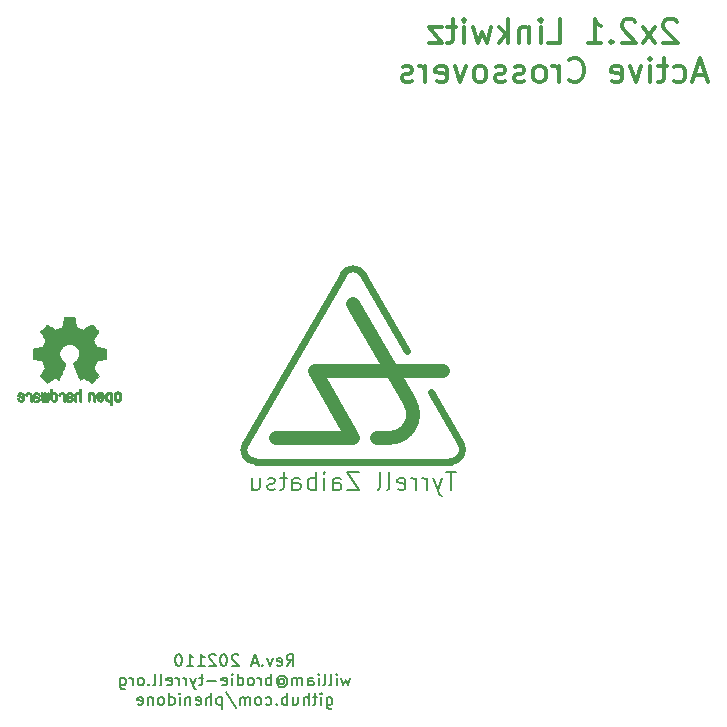
<source format=gbo>
G04 #@! TF.GenerationSoftware,KiCad,Pcbnew,5.1.5+dfsg1-2build2*
G04 #@! TF.CreationDate,2021-10-27T22:54:39+10:30*
G04 #@! TF.ProjectId,xover,786f7665-722e-46b6-9963-61645f706362,rev?*
G04 #@! TF.SameCoordinates,Original*
G04 #@! TF.FileFunction,Legend,Bot*
G04 #@! TF.FilePolarity,Positive*
%FSLAX46Y46*%
G04 Gerber Fmt 4.6, Leading zero omitted, Abs format (unit mm)*
G04 Created by KiCad (PCBNEW 5.1.5+dfsg1-2build2) date 2021-10-27 22:54:39*
%MOMM*%
%LPD*%
G04 APERTURE LIST*
%ADD10C,0.150000*%
%ADD11C,0.300000*%
%ADD12C,0.010000*%
%ADD13C,1.200000*%
%ADD14C,0.600000*%
%ADD15C,0.200000*%
G04 APERTURE END LIST*
D10*
X52404761Y-117802380D02*
X52738095Y-117326190D01*
X52976190Y-117802380D02*
X52976190Y-116802380D01*
X52595238Y-116802380D01*
X52500000Y-116850000D01*
X52452380Y-116897619D01*
X52404761Y-116992857D01*
X52404761Y-117135714D01*
X52452380Y-117230952D01*
X52500000Y-117278571D01*
X52595238Y-117326190D01*
X52976190Y-117326190D01*
X51595238Y-117754761D02*
X51690476Y-117802380D01*
X51880952Y-117802380D01*
X51976190Y-117754761D01*
X52023809Y-117659523D01*
X52023809Y-117278571D01*
X51976190Y-117183333D01*
X51880952Y-117135714D01*
X51690476Y-117135714D01*
X51595238Y-117183333D01*
X51547619Y-117278571D01*
X51547619Y-117373809D01*
X52023809Y-117469047D01*
X51214285Y-117135714D02*
X50976190Y-117802380D01*
X50738095Y-117135714D01*
X50357142Y-117707142D02*
X50309523Y-117754761D01*
X50357142Y-117802380D01*
X50404761Y-117754761D01*
X50357142Y-117707142D01*
X50357142Y-117802380D01*
X49928571Y-117516666D02*
X49452380Y-117516666D01*
X50023809Y-117802380D02*
X49690476Y-116802380D01*
X49357142Y-117802380D01*
X48309523Y-116897619D02*
X48261904Y-116850000D01*
X48166666Y-116802380D01*
X47928571Y-116802380D01*
X47833333Y-116850000D01*
X47785714Y-116897619D01*
X47738095Y-116992857D01*
X47738095Y-117088095D01*
X47785714Y-117230952D01*
X48357142Y-117802380D01*
X47738095Y-117802380D01*
X47119047Y-116802380D02*
X47023809Y-116802380D01*
X46928571Y-116850000D01*
X46880952Y-116897619D01*
X46833333Y-116992857D01*
X46785714Y-117183333D01*
X46785714Y-117421428D01*
X46833333Y-117611904D01*
X46880952Y-117707142D01*
X46928571Y-117754761D01*
X47023809Y-117802380D01*
X47119047Y-117802380D01*
X47214285Y-117754761D01*
X47261904Y-117707142D01*
X47309523Y-117611904D01*
X47357142Y-117421428D01*
X47357142Y-117183333D01*
X47309523Y-116992857D01*
X47261904Y-116897619D01*
X47214285Y-116850000D01*
X47119047Y-116802380D01*
X46404761Y-116897619D02*
X46357142Y-116850000D01*
X46261904Y-116802380D01*
X46023809Y-116802380D01*
X45928571Y-116850000D01*
X45880952Y-116897619D01*
X45833333Y-116992857D01*
X45833333Y-117088095D01*
X45880952Y-117230952D01*
X46452380Y-117802380D01*
X45833333Y-117802380D01*
X44880952Y-117802380D02*
X45452380Y-117802380D01*
X45166666Y-117802380D02*
X45166666Y-116802380D01*
X45261904Y-116945238D01*
X45357142Y-117040476D01*
X45452380Y-117088095D01*
X43928571Y-117802380D02*
X44500000Y-117802380D01*
X44214285Y-117802380D02*
X44214285Y-116802380D01*
X44309523Y-116945238D01*
X44404761Y-117040476D01*
X44500000Y-117088095D01*
X43309523Y-116802380D02*
X43214285Y-116802380D01*
X43119047Y-116850000D01*
X43071428Y-116897619D01*
X43023809Y-116992857D01*
X42976190Y-117183333D01*
X42976190Y-117421428D01*
X43023809Y-117611904D01*
X43071428Y-117707142D01*
X43119047Y-117754761D01*
X43214285Y-117802380D01*
X43309523Y-117802380D01*
X43404761Y-117754761D01*
X43452380Y-117707142D01*
X43500000Y-117611904D01*
X43547619Y-117421428D01*
X43547619Y-117183333D01*
X43500000Y-116992857D01*
X43452380Y-116897619D01*
X43404761Y-116850000D01*
X43309523Y-116802380D01*
X57785714Y-118785714D02*
X57595238Y-119452380D01*
X57404761Y-118976190D01*
X57214285Y-119452380D01*
X57023809Y-118785714D01*
X56642857Y-119452380D02*
X56642857Y-118785714D01*
X56642857Y-118452380D02*
X56690476Y-118500000D01*
X56642857Y-118547619D01*
X56595238Y-118500000D01*
X56642857Y-118452380D01*
X56642857Y-118547619D01*
X56023809Y-119452380D02*
X56119047Y-119404761D01*
X56166666Y-119309523D01*
X56166666Y-118452380D01*
X55500000Y-119452380D02*
X55595238Y-119404761D01*
X55642857Y-119309523D01*
X55642857Y-118452380D01*
X55119047Y-119452380D02*
X55119047Y-118785714D01*
X55119047Y-118452380D02*
X55166666Y-118500000D01*
X55119047Y-118547619D01*
X55071428Y-118500000D01*
X55119047Y-118452380D01*
X55119047Y-118547619D01*
X54214285Y-119452380D02*
X54214285Y-118928571D01*
X54261904Y-118833333D01*
X54357142Y-118785714D01*
X54547619Y-118785714D01*
X54642857Y-118833333D01*
X54214285Y-119404761D02*
X54309523Y-119452380D01*
X54547619Y-119452380D01*
X54642857Y-119404761D01*
X54690476Y-119309523D01*
X54690476Y-119214285D01*
X54642857Y-119119047D01*
X54547619Y-119071428D01*
X54309523Y-119071428D01*
X54214285Y-119023809D01*
X53738095Y-119452380D02*
X53738095Y-118785714D01*
X53738095Y-118880952D02*
X53690476Y-118833333D01*
X53595238Y-118785714D01*
X53452380Y-118785714D01*
X53357142Y-118833333D01*
X53309523Y-118928571D01*
X53309523Y-119452380D01*
X53309523Y-118928571D02*
X53261904Y-118833333D01*
X53166666Y-118785714D01*
X53023809Y-118785714D01*
X52928571Y-118833333D01*
X52880952Y-118928571D01*
X52880952Y-119452380D01*
X51785714Y-118976190D02*
X51833333Y-118928571D01*
X51928571Y-118880952D01*
X52023809Y-118880952D01*
X52119047Y-118928571D01*
X52166666Y-118976190D01*
X52214285Y-119071428D01*
X52214285Y-119166666D01*
X52166666Y-119261904D01*
X52119047Y-119309523D01*
X52023809Y-119357142D01*
X51928571Y-119357142D01*
X51833333Y-119309523D01*
X51785714Y-119261904D01*
X51785714Y-118880952D02*
X51785714Y-119261904D01*
X51738095Y-119309523D01*
X51690476Y-119309523D01*
X51595238Y-119261904D01*
X51547619Y-119166666D01*
X51547619Y-118928571D01*
X51642857Y-118785714D01*
X51785714Y-118690476D01*
X51976190Y-118642857D01*
X52166666Y-118690476D01*
X52309523Y-118785714D01*
X52404761Y-118928571D01*
X52452380Y-119119047D01*
X52404761Y-119309523D01*
X52309523Y-119452380D01*
X52166666Y-119547619D01*
X51976190Y-119595238D01*
X51785714Y-119547619D01*
X51642857Y-119452380D01*
X51119047Y-119452380D02*
X51119047Y-118452380D01*
X51119047Y-118833333D02*
X51023809Y-118785714D01*
X50833333Y-118785714D01*
X50738095Y-118833333D01*
X50690476Y-118880952D01*
X50642857Y-118976190D01*
X50642857Y-119261904D01*
X50690476Y-119357142D01*
X50738095Y-119404761D01*
X50833333Y-119452380D01*
X51023809Y-119452380D01*
X51119047Y-119404761D01*
X50214285Y-119452380D02*
X50214285Y-118785714D01*
X50214285Y-118976190D02*
X50166666Y-118880952D01*
X50119047Y-118833333D01*
X50023809Y-118785714D01*
X49928571Y-118785714D01*
X49452380Y-119452380D02*
X49547619Y-119404761D01*
X49595238Y-119357142D01*
X49642857Y-119261904D01*
X49642857Y-118976190D01*
X49595238Y-118880952D01*
X49547619Y-118833333D01*
X49452380Y-118785714D01*
X49309523Y-118785714D01*
X49214285Y-118833333D01*
X49166666Y-118880952D01*
X49119047Y-118976190D01*
X49119047Y-119261904D01*
X49166666Y-119357142D01*
X49214285Y-119404761D01*
X49309523Y-119452380D01*
X49452380Y-119452380D01*
X48261904Y-119452380D02*
X48261904Y-118452380D01*
X48261904Y-119404761D02*
X48357142Y-119452380D01*
X48547619Y-119452380D01*
X48642857Y-119404761D01*
X48690476Y-119357142D01*
X48738095Y-119261904D01*
X48738095Y-118976190D01*
X48690476Y-118880952D01*
X48642857Y-118833333D01*
X48547619Y-118785714D01*
X48357142Y-118785714D01*
X48261904Y-118833333D01*
X47785714Y-119452380D02*
X47785714Y-118785714D01*
X47785714Y-118452380D02*
X47833333Y-118500000D01*
X47785714Y-118547619D01*
X47738095Y-118500000D01*
X47785714Y-118452380D01*
X47785714Y-118547619D01*
X46928571Y-119404761D02*
X47023809Y-119452380D01*
X47214285Y-119452380D01*
X47309523Y-119404761D01*
X47357142Y-119309523D01*
X47357142Y-118928571D01*
X47309523Y-118833333D01*
X47214285Y-118785714D01*
X47023809Y-118785714D01*
X46928571Y-118833333D01*
X46880952Y-118928571D01*
X46880952Y-119023809D01*
X47357142Y-119119047D01*
X46452380Y-119071428D02*
X45690476Y-119071428D01*
X45357142Y-118785714D02*
X44976190Y-118785714D01*
X45214285Y-118452380D02*
X45214285Y-119309523D01*
X45166666Y-119404761D01*
X45071428Y-119452380D01*
X44976190Y-119452380D01*
X44738095Y-118785714D02*
X44500000Y-119452380D01*
X44261904Y-118785714D02*
X44500000Y-119452380D01*
X44595238Y-119690476D01*
X44642857Y-119738095D01*
X44738095Y-119785714D01*
X43880952Y-119452380D02*
X43880952Y-118785714D01*
X43880952Y-118976190D02*
X43833333Y-118880952D01*
X43785714Y-118833333D01*
X43690476Y-118785714D01*
X43595238Y-118785714D01*
X43261904Y-119452380D02*
X43261904Y-118785714D01*
X43261904Y-118976190D02*
X43214285Y-118880952D01*
X43166666Y-118833333D01*
X43071428Y-118785714D01*
X42976190Y-118785714D01*
X42261904Y-119404761D02*
X42357142Y-119452380D01*
X42547619Y-119452380D01*
X42642857Y-119404761D01*
X42690476Y-119309523D01*
X42690476Y-118928571D01*
X42642857Y-118833333D01*
X42547619Y-118785714D01*
X42357142Y-118785714D01*
X42261904Y-118833333D01*
X42214285Y-118928571D01*
X42214285Y-119023809D01*
X42690476Y-119119047D01*
X41642857Y-119452380D02*
X41738095Y-119404761D01*
X41785714Y-119309523D01*
X41785714Y-118452380D01*
X41119047Y-119452380D02*
X41214285Y-119404761D01*
X41261904Y-119309523D01*
X41261904Y-118452380D01*
X40738095Y-119357142D02*
X40690476Y-119404761D01*
X40738095Y-119452380D01*
X40785714Y-119404761D01*
X40738095Y-119357142D01*
X40738095Y-119452380D01*
X40119047Y-119452380D02*
X40214285Y-119404761D01*
X40261904Y-119357142D01*
X40309523Y-119261904D01*
X40309523Y-118976190D01*
X40261904Y-118880952D01*
X40214285Y-118833333D01*
X40119047Y-118785714D01*
X39976190Y-118785714D01*
X39880952Y-118833333D01*
X39833333Y-118880952D01*
X39785714Y-118976190D01*
X39785714Y-119261904D01*
X39833333Y-119357142D01*
X39880952Y-119404761D01*
X39976190Y-119452380D01*
X40119047Y-119452380D01*
X39357142Y-119452380D02*
X39357142Y-118785714D01*
X39357142Y-118976190D02*
X39309523Y-118880952D01*
X39261904Y-118833333D01*
X39166666Y-118785714D01*
X39071428Y-118785714D01*
X38309523Y-118785714D02*
X38309523Y-119595238D01*
X38357142Y-119690476D01*
X38404761Y-119738095D01*
X38500000Y-119785714D01*
X38642857Y-119785714D01*
X38738095Y-119738095D01*
X38309523Y-119404761D02*
X38404761Y-119452380D01*
X38595238Y-119452380D01*
X38690476Y-119404761D01*
X38738095Y-119357142D01*
X38785714Y-119261904D01*
X38785714Y-118976190D01*
X38738095Y-118880952D01*
X38690476Y-118833333D01*
X38595238Y-118785714D01*
X38404761Y-118785714D01*
X38309523Y-118833333D01*
X55785714Y-120435714D02*
X55785714Y-121245238D01*
X55833333Y-121340476D01*
X55880952Y-121388095D01*
X55976190Y-121435714D01*
X56119047Y-121435714D01*
X56214285Y-121388095D01*
X55785714Y-121054761D02*
X55880952Y-121102380D01*
X56071428Y-121102380D01*
X56166666Y-121054761D01*
X56214285Y-121007142D01*
X56261904Y-120911904D01*
X56261904Y-120626190D01*
X56214285Y-120530952D01*
X56166666Y-120483333D01*
X56071428Y-120435714D01*
X55880952Y-120435714D01*
X55785714Y-120483333D01*
X55309523Y-121102380D02*
X55309523Y-120435714D01*
X55309523Y-120102380D02*
X55357142Y-120150000D01*
X55309523Y-120197619D01*
X55261904Y-120150000D01*
X55309523Y-120102380D01*
X55309523Y-120197619D01*
X54976190Y-120435714D02*
X54595238Y-120435714D01*
X54833333Y-120102380D02*
X54833333Y-120959523D01*
X54785714Y-121054761D01*
X54690476Y-121102380D01*
X54595238Y-121102380D01*
X54261904Y-121102380D02*
X54261904Y-120102380D01*
X53833333Y-121102380D02*
X53833333Y-120578571D01*
X53880952Y-120483333D01*
X53976190Y-120435714D01*
X54119047Y-120435714D01*
X54214285Y-120483333D01*
X54261904Y-120530952D01*
X52928571Y-120435714D02*
X52928571Y-121102380D01*
X53357142Y-120435714D02*
X53357142Y-120959523D01*
X53309523Y-121054761D01*
X53214285Y-121102380D01*
X53071428Y-121102380D01*
X52976190Y-121054761D01*
X52928571Y-121007142D01*
X52452380Y-121102380D02*
X52452380Y-120102380D01*
X52452380Y-120483333D02*
X52357142Y-120435714D01*
X52166666Y-120435714D01*
X52071428Y-120483333D01*
X52023809Y-120530952D01*
X51976190Y-120626190D01*
X51976190Y-120911904D01*
X52023809Y-121007142D01*
X52071428Y-121054761D01*
X52166666Y-121102380D01*
X52357142Y-121102380D01*
X52452380Y-121054761D01*
X51547619Y-121007142D02*
X51500000Y-121054761D01*
X51547619Y-121102380D01*
X51595238Y-121054761D01*
X51547619Y-121007142D01*
X51547619Y-121102380D01*
X50642857Y-121054761D02*
X50738095Y-121102380D01*
X50928571Y-121102380D01*
X51023809Y-121054761D01*
X51071428Y-121007142D01*
X51119047Y-120911904D01*
X51119047Y-120626190D01*
X51071428Y-120530952D01*
X51023809Y-120483333D01*
X50928571Y-120435714D01*
X50738095Y-120435714D01*
X50642857Y-120483333D01*
X50071428Y-121102380D02*
X50166666Y-121054761D01*
X50214285Y-121007142D01*
X50261904Y-120911904D01*
X50261904Y-120626190D01*
X50214285Y-120530952D01*
X50166666Y-120483333D01*
X50071428Y-120435714D01*
X49928571Y-120435714D01*
X49833333Y-120483333D01*
X49785714Y-120530952D01*
X49738095Y-120626190D01*
X49738095Y-120911904D01*
X49785714Y-121007142D01*
X49833333Y-121054761D01*
X49928571Y-121102380D01*
X50071428Y-121102380D01*
X49309523Y-121102380D02*
X49309523Y-120435714D01*
X49309523Y-120530952D02*
X49261904Y-120483333D01*
X49166666Y-120435714D01*
X49023809Y-120435714D01*
X48928571Y-120483333D01*
X48880952Y-120578571D01*
X48880952Y-121102380D01*
X48880952Y-120578571D02*
X48833333Y-120483333D01*
X48738095Y-120435714D01*
X48595238Y-120435714D01*
X48500000Y-120483333D01*
X48452380Y-120578571D01*
X48452380Y-121102380D01*
X47261904Y-120054761D02*
X48119047Y-121340476D01*
X46928571Y-120435714D02*
X46928571Y-121435714D01*
X46928571Y-120483333D02*
X46833333Y-120435714D01*
X46642857Y-120435714D01*
X46547619Y-120483333D01*
X46500000Y-120530952D01*
X46452380Y-120626190D01*
X46452380Y-120911904D01*
X46500000Y-121007142D01*
X46547619Y-121054761D01*
X46642857Y-121102380D01*
X46833333Y-121102380D01*
X46928571Y-121054761D01*
X46023809Y-121102380D02*
X46023809Y-120102380D01*
X45595238Y-121102380D02*
X45595238Y-120578571D01*
X45642857Y-120483333D01*
X45738095Y-120435714D01*
X45880952Y-120435714D01*
X45976190Y-120483333D01*
X46023809Y-120530952D01*
X44738095Y-121054761D02*
X44833333Y-121102380D01*
X45023809Y-121102380D01*
X45119047Y-121054761D01*
X45166666Y-120959523D01*
X45166666Y-120578571D01*
X45119047Y-120483333D01*
X45023809Y-120435714D01*
X44833333Y-120435714D01*
X44738095Y-120483333D01*
X44690476Y-120578571D01*
X44690476Y-120673809D01*
X45166666Y-120769047D01*
X44261904Y-120435714D02*
X44261904Y-121102380D01*
X44261904Y-120530952D02*
X44214285Y-120483333D01*
X44119047Y-120435714D01*
X43976190Y-120435714D01*
X43880952Y-120483333D01*
X43833333Y-120578571D01*
X43833333Y-121102380D01*
X43357142Y-121102380D02*
X43357142Y-120435714D01*
X43357142Y-120102380D02*
X43404761Y-120150000D01*
X43357142Y-120197619D01*
X43309523Y-120150000D01*
X43357142Y-120102380D01*
X43357142Y-120197619D01*
X42452380Y-121102380D02*
X42452380Y-120102380D01*
X42452380Y-121054761D02*
X42547619Y-121102380D01*
X42738095Y-121102380D01*
X42833333Y-121054761D01*
X42880952Y-121007142D01*
X42928571Y-120911904D01*
X42928571Y-120626190D01*
X42880952Y-120530952D01*
X42833333Y-120483333D01*
X42738095Y-120435714D01*
X42547619Y-120435714D01*
X42452380Y-120483333D01*
X41833333Y-121102380D02*
X41928571Y-121054761D01*
X41976190Y-121007142D01*
X42023809Y-120911904D01*
X42023809Y-120626190D01*
X41976190Y-120530952D01*
X41928571Y-120483333D01*
X41833333Y-120435714D01*
X41690476Y-120435714D01*
X41595238Y-120483333D01*
X41547619Y-120530952D01*
X41500000Y-120626190D01*
X41500000Y-120911904D01*
X41547619Y-121007142D01*
X41595238Y-121054761D01*
X41690476Y-121102380D01*
X41833333Y-121102380D01*
X41071428Y-120435714D02*
X41071428Y-121102380D01*
X41071428Y-120530952D02*
X41023809Y-120483333D01*
X40928571Y-120435714D01*
X40785714Y-120435714D01*
X40690476Y-120483333D01*
X40642857Y-120578571D01*
X40642857Y-121102380D01*
X39785714Y-121054761D02*
X39880952Y-121102380D01*
X40071428Y-121102380D01*
X40166666Y-121054761D01*
X40214285Y-120959523D01*
X40214285Y-120578571D01*
X40166666Y-120483333D01*
X40071428Y-120435714D01*
X39880952Y-120435714D01*
X39785714Y-120483333D01*
X39738095Y-120578571D01*
X39738095Y-120673809D01*
X40214285Y-120769047D01*
D11*
X85428571Y-63245238D02*
X85333333Y-63150000D01*
X85142857Y-63054761D01*
X84666666Y-63054761D01*
X84476190Y-63150000D01*
X84380952Y-63245238D01*
X84285714Y-63435714D01*
X84285714Y-63626190D01*
X84380952Y-63911904D01*
X85523809Y-65054761D01*
X84285714Y-65054761D01*
X83619047Y-65054761D02*
X82571428Y-63721428D01*
X83619047Y-63721428D02*
X82571428Y-65054761D01*
X81904761Y-63245238D02*
X81809523Y-63150000D01*
X81619047Y-63054761D01*
X81142857Y-63054761D01*
X80952380Y-63150000D01*
X80857142Y-63245238D01*
X80761904Y-63435714D01*
X80761904Y-63626190D01*
X80857142Y-63911904D01*
X82000000Y-65054761D01*
X80761904Y-65054761D01*
X79904761Y-64864285D02*
X79809523Y-64959523D01*
X79904761Y-65054761D01*
X80000000Y-64959523D01*
X79904761Y-64864285D01*
X79904761Y-65054761D01*
X77904761Y-65054761D02*
X79047619Y-65054761D01*
X78476190Y-65054761D02*
X78476190Y-63054761D01*
X78666666Y-63340476D01*
X78857142Y-63530952D01*
X79047619Y-63626190D01*
X74571428Y-65054761D02*
X75523809Y-65054761D01*
X75523809Y-63054761D01*
X73904761Y-65054761D02*
X73904761Y-63721428D01*
X73904761Y-63054761D02*
X74000000Y-63150000D01*
X73904761Y-63245238D01*
X73809523Y-63150000D01*
X73904761Y-63054761D01*
X73904761Y-63245238D01*
X72952380Y-63721428D02*
X72952380Y-65054761D01*
X72952380Y-63911904D02*
X72857142Y-63816666D01*
X72666666Y-63721428D01*
X72380952Y-63721428D01*
X72190476Y-63816666D01*
X72095238Y-64007142D01*
X72095238Y-65054761D01*
X71142857Y-65054761D02*
X71142857Y-63054761D01*
X70952380Y-64292857D02*
X70380952Y-65054761D01*
X70380952Y-63721428D02*
X71142857Y-64483333D01*
X69714285Y-63721428D02*
X69333333Y-65054761D01*
X68952380Y-64102380D01*
X68571428Y-65054761D01*
X68190476Y-63721428D01*
X67428571Y-65054761D02*
X67428571Y-63721428D01*
X67428571Y-63054761D02*
X67523809Y-63150000D01*
X67428571Y-63245238D01*
X67333333Y-63150000D01*
X67428571Y-63054761D01*
X67428571Y-63245238D01*
X66761904Y-63721428D02*
X66000000Y-63721428D01*
X66476190Y-63054761D02*
X66476190Y-64769047D01*
X66380952Y-64959523D01*
X66190476Y-65054761D01*
X66000000Y-65054761D01*
X65523809Y-63721428D02*
X64476190Y-63721428D01*
X65523809Y-65054761D01*
X64476190Y-65054761D01*
X87857142Y-67783333D02*
X86904761Y-67783333D01*
X88047619Y-68354761D02*
X87380952Y-66354761D01*
X86714285Y-68354761D01*
X85190476Y-68259523D02*
X85380952Y-68354761D01*
X85761904Y-68354761D01*
X85952380Y-68259523D01*
X86047619Y-68164285D01*
X86142857Y-67973809D01*
X86142857Y-67402380D01*
X86047619Y-67211904D01*
X85952380Y-67116666D01*
X85761904Y-67021428D01*
X85380952Y-67021428D01*
X85190476Y-67116666D01*
X84619047Y-67021428D02*
X83857142Y-67021428D01*
X84333333Y-66354761D02*
X84333333Y-68069047D01*
X84238095Y-68259523D01*
X84047619Y-68354761D01*
X83857142Y-68354761D01*
X83190476Y-68354761D02*
X83190476Y-67021428D01*
X83190476Y-66354761D02*
X83285714Y-66450000D01*
X83190476Y-66545238D01*
X83095238Y-66450000D01*
X83190476Y-66354761D01*
X83190476Y-66545238D01*
X82428571Y-67021428D02*
X81952380Y-68354761D01*
X81476190Y-67021428D01*
X79952380Y-68259523D02*
X80142857Y-68354761D01*
X80523809Y-68354761D01*
X80714285Y-68259523D01*
X80809523Y-68069047D01*
X80809523Y-67307142D01*
X80714285Y-67116666D01*
X80523809Y-67021428D01*
X80142857Y-67021428D01*
X79952380Y-67116666D01*
X79857142Y-67307142D01*
X79857142Y-67497619D01*
X80809523Y-67688095D01*
X76333333Y-68164285D02*
X76428571Y-68259523D01*
X76714285Y-68354761D01*
X76904761Y-68354761D01*
X77190476Y-68259523D01*
X77380952Y-68069047D01*
X77476190Y-67878571D01*
X77571428Y-67497619D01*
X77571428Y-67211904D01*
X77476190Y-66830952D01*
X77380952Y-66640476D01*
X77190476Y-66450000D01*
X76904761Y-66354761D01*
X76714285Y-66354761D01*
X76428571Y-66450000D01*
X76333333Y-66545238D01*
X75476190Y-68354761D02*
X75476190Y-67021428D01*
X75476190Y-67402380D02*
X75380952Y-67211904D01*
X75285714Y-67116666D01*
X75095238Y-67021428D01*
X74904761Y-67021428D01*
X73952380Y-68354761D02*
X74142857Y-68259523D01*
X74238095Y-68164285D01*
X74333333Y-67973809D01*
X74333333Y-67402380D01*
X74238095Y-67211904D01*
X74142857Y-67116666D01*
X73952380Y-67021428D01*
X73666666Y-67021428D01*
X73476190Y-67116666D01*
X73380952Y-67211904D01*
X73285714Y-67402380D01*
X73285714Y-67973809D01*
X73380952Y-68164285D01*
X73476190Y-68259523D01*
X73666666Y-68354761D01*
X73952380Y-68354761D01*
X72523809Y-68259523D02*
X72333333Y-68354761D01*
X71952380Y-68354761D01*
X71761904Y-68259523D01*
X71666666Y-68069047D01*
X71666666Y-67973809D01*
X71761904Y-67783333D01*
X71952380Y-67688095D01*
X72238095Y-67688095D01*
X72428571Y-67592857D01*
X72523809Y-67402380D01*
X72523809Y-67307142D01*
X72428571Y-67116666D01*
X72238095Y-67021428D01*
X71952380Y-67021428D01*
X71761904Y-67116666D01*
X70904761Y-68259523D02*
X70714285Y-68354761D01*
X70333333Y-68354761D01*
X70142857Y-68259523D01*
X70047619Y-68069047D01*
X70047619Y-67973809D01*
X70142857Y-67783333D01*
X70333333Y-67688095D01*
X70619047Y-67688095D01*
X70809523Y-67592857D01*
X70904761Y-67402380D01*
X70904761Y-67307142D01*
X70809523Y-67116666D01*
X70619047Y-67021428D01*
X70333333Y-67021428D01*
X70142857Y-67116666D01*
X68904761Y-68354761D02*
X69095238Y-68259523D01*
X69190476Y-68164285D01*
X69285714Y-67973809D01*
X69285714Y-67402380D01*
X69190476Y-67211904D01*
X69095238Y-67116666D01*
X68904761Y-67021428D01*
X68619047Y-67021428D01*
X68428571Y-67116666D01*
X68333333Y-67211904D01*
X68238095Y-67402380D01*
X68238095Y-67973809D01*
X68333333Y-68164285D01*
X68428571Y-68259523D01*
X68619047Y-68354761D01*
X68904761Y-68354761D01*
X67571428Y-67021428D02*
X67095238Y-68354761D01*
X66619047Y-67021428D01*
X65095238Y-68259523D02*
X65285714Y-68354761D01*
X65666666Y-68354761D01*
X65857142Y-68259523D01*
X65952380Y-68069047D01*
X65952380Y-67307142D01*
X65857142Y-67116666D01*
X65666666Y-67021428D01*
X65285714Y-67021428D01*
X65095238Y-67116666D01*
X65000000Y-67307142D01*
X65000000Y-67497619D01*
X65952380Y-67688095D01*
X64142857Y-68354761D02*
X64142857Y-67021428D01*
X64142857Y-67402380D02*
X64047619Y-67211904D01*
X63952380Y-67116666D01*
X63761904Y-67021428D01*
X63571428Y-67021428D01*
X63000000Y-68259523D02*
X62809523Y-68354761D01*
X62428571Y-68354761D01*
X62238095Y-68259523D01*
X62142857Y-68069047D01*
X62142857Y-67973809D01*
X62238095Y-67783333D01*
X62428571Y-67688095D01*
X62714285Y-67688095D01*
X62904761Y-67592857D01*
X63000000Y-67402380D01*
X63000000Y-67307142D01*
X62904761Y-67116666D01*
X62714285Y-67021428D01*
X62428571Y-67021428D01*
X62238095Y-67116666D01*
D12*
G36*
X37231114Y-94584505D02*
G01*
X37156461Y-94621727D01*
X37090569Y-94690261D01*
X37072423Y-94715648D01*
X37052655Y-94748866D01*
X37039828Y-94784945D01*
X37032490Y-94833098D01*
X37029187Y-94902536D01*
X37028462Y-94994206D01*
X37031737Y-95119830D01*
X37043123Y-95214154D01*
X37064959Y-95284523D01*
X37099581Y-95338286D01*
X37149330Y-95382788D01*
X37152986Y-95385423D01*
X37202015Y-95412377D01*
X37261055Y-95425712D01*
X37336141Y-95429000D01*
X37458205Y-95429000D01*
X37458256Y-95547497D01*
X37459392Y-95613492D01*
X37466314Y-95652202D01*
X37484402Y-95675419D01*
X37519038Y-95694933D01*
X37527355Y-95698920D01*
X37566280Y-95717603D01*
X37596417Y-95729403D01*
X37618826Y-95730422D01*
X37634567Y-95716761D01*
X37644698Y-95684522D01*
X37650277Y-95629804D01*
X37652365Y-95548711D01*
X37652019Y-95437344D01*
X37650300Y-95291802D01*
X37649763Y-95248269D01*
X37647828Y-95098205D01*
X37646096Y-95000042D01*
X37458308Y-95000042D01*
X37457252Y-95083364D01*
X37452562Y-95137880D01*
X37441949Y-95173837D01*
X37423128Y-95201482D01*
X37410350Y-95214965D01*
X37358110Y-95254417D01*
X37311858Y-95257628D01*
X37264133Y-95225049D01*
X37262923Y-95223846D01*
X37243506Y-95198668D01*
X37231693Y-95164447D01*
X37225735Y-95111748D01*
X37223880Y-95031131D01*
X37223846Y-95013271D01*
X37228330Y-94902175D01*
X37242926Y-94825161D01*
X37269350Y-94778147D01*
X37309317Y-94757050D01*
X37332416Y-94754923D01*
X37387238Y-94764900D01*
X37424842Y-94797752D01*
X37447477Y-94857857D01*
X37457394Y-94949598D01*
X37458308Y-95000042D01*
X37646096Y-95000042D01*
X37645778Y-94982060D01*
X37643127Y-94894679D01*
X37639394Y-94830905D01*
X37634093Y-94785582D01*
X37626742Y-94753555D01*
X37616857Y-94729668D01*
X37603954Y-94708764D01*
X37598421Y-94700898D01*
X37525031Y-94626595D01*
X37432240Y-94584467D01*
X37324904Y-94572722D01*
X37231114Y-94584505D01*
G37*
X37231114Y-94584505D02*
X37156461Y-94621727D01*
X37090569Y-94690261D01*
X37072423Y-94715648D01*
X37052655Y-94748866D01*
X37039828Y-94784945D01*
X37032490Y-94833098D01*
X37029187Y-94902536D01*
X37028462Y-94994206D01*
X37031737Y-95119830D01*
X37043123Y-95214154D01*
X37064959Y-95284523D01*
X37099581Y-95338286D01*
X37149330Y-95382788D01*
X37152986Y-95385423D01*
X37202015Y-95412377D01*
X37261055Y-95425712D01*
X37336141Y-95429000D01*
X37458205Y-95429000D01*
X37458256Y-95547497D01*
X37459392Y-95613492D01*
X37466314Y-95652202D01*
X37484402Y-95675419D01*
X37519038Y-95694933D01*
X37527355Y-95698920D01*
X37566280Y-95717603D01*
X37596417Y-95729403D01*
X37618826Y-95730422D01*
X37634567Y-95716761D01*
X37644698Y-95684522D01*
X37650277Y-95629804D01*
X37652365Y-95548711D01*
X37652019Y-95437344D01*
X37650300Y-95291802D01*
X37649763Y-95248269D01*
X37647828Y-95098205D01*
X37646096Y-95000042D01*
X37458308Y-95000042D01*
X37457252Y-95083364D01*
X37452562Y-95137880D01*
X37441949Y-95173837D01*
X37423128Y-95201482D01*
X37410350Y-95214965D01*
X37358110Y-95254417D01*
X37311858Y-95257628D01*
X37264133Y-95225049D01*
X37262923Y-95223846D01*
X37243506Y-95198668D01*
X37231693Y-95164447D01*
X37225735Y-95111748D01*
X37223880Y-95031131D01*
X37223846Y-95013271D01*
X37228330Y-94902175D01*
X37242926Y-94825161D01*
X37269350Y-94778147D01*
X37309317Y-94757050D01*
X37332416Y-94754923D01*
X37387238Y-94764900D01*
X37424842Y-94797752D01*
X37447477Y-94857857D01*
X37457394Y-94949598D01*
X37458308Y-95000042D01*
X37646096Y-95000042D01*
X37645778Y-94982060D01*
X37643127Y-94894679D01*
X37639394Y-94830905D01*
X37634093Y-94785582D01*
X37626742Y-94753555D01*
X37616857Y-94729668D01*
X37603954Y-94708764D01*
X37598421Y-94700898D01*
X37525031Y-94626595D01*
X37432240Y-94584467D01*
X37324904Y-94572722D01*
X37231114Y-94584505D01*
G36*
X35728336Y-94595089D02*
G01*
X35665633Y-94631358D01*
X35622039Y-94667358D01*
X35590155Y-94705075D01*
X35568190Y-94751199D01*
X35554351Y-94812421D01*
X35546847Y-94895431D01*
X35543883Y-95006919D01*
X35543539Y-95087062D01*
X35543539Y-95382065D01*
X35709615Y-95456515D01*
X35719385Y-95133402D01*
X35723421Y-95012729D01*
X35727656Y-94925141D01*
X35732903Y-94864650D01*
X35739975Y-94825268D01*
X35749689Y-94801007D01*
X35762856Y-94785880D01*
X35767081Y-94782606D01*
X35831091Y-94757034D01*
X35895792Y-94767153D01*
X35934308Y-94794000D01*
X35949975Y-94813024D01*
X35960820Y-94837988D01*
X35967712Y-94875834D01*
X35971521Y-94933502D01*
X35973117Y-95017935D01*
X35973385Y-95105928D01*
X35973437Y-95216323D01*
X35975328Y-95294463D01*
X35981655Y-95347165D01*
X35995017Y-95381242D01*
X36018015Y-95403511D01*
X36053246Y-95420787D01*
X36100303Y-95438738D01*
X36151697Y-95458278D01*
X36145579Y-95111485D01*
X36143116Y-94986468D01*
X36140233Y-94894082D01*
X36136102Y-94827881D01*
X36129893Y-94781420D01*
X36120774Y-94748256D01*
X36107917Y-94721944D01*
X36092416Y-94698729D01*
X36017629Y-94624569D01*
X35926372Y-94581684D01*
X35827117Y-94571412D01*
X35728336Y-94595089D01*
G37*
X35728336Y-94595089D02*
X35665633Y-94631358D01*
X35622039Y-94667358D01*
X35590155Y-94705075D01*
X35568190Y-94751199D01*
X35554351Y-94812421D01*
X35546847Y-94895431D01*
X35543883Y-95006919D01*
X35543539Y-95087062D01*
X35543539Y-95382065D01*
X35709615Y-95456515D01*
X35719385Y-95133402D01*
X35723421Y-95012729D01*
X35727656Y-94925141D01*
X35732903Y-94864650D01*
X35739975Y-94825268D01*
X35749689Y-94801007D01*
X35762856Y-94785880D01*
X35767081Y-94782606D01*
X35831091Y-94757034D01*
X35895792Y-94767153D01*
X35934308Y-94794000D01*
X35949975Y-94813024D01*
X35960820Y-94837988D01*
X35967712Y-94875834D01*
X35971521Y-94933502D01*
X35973117Y-95017935D01*
X35973385Y-95105928D01*
X35973437Y-95216323D01*
X35975328Y-95294463D01*
X35981655Y-95347165D01*
X35995017Y-95381242D01*
X36018015Y-95403511D01*
X36053246Y-95420787D01*
X36100303Y-95438738D01*
X36151697Y-95458278D01*
X36145579Y-95111485D01*
X36143116Y-94986468D01*
X36140233Y-94894082D01*
X36136102Y-94827881D01*
X36129893Y-94781420D01*
X36120774Y-94748256D01*
X36107917Y-94721944D01*
X36092416Y-94698729D01*
X36017629Y-94624569D01*
X35926372Y-94581684D01*
X35827117Y-94571412D01*
X35728336Y-94595089D01*
G36*
X37983114Y-94587256D02*
G01*
X37891536Y-94635409D01*
X37823951Y-94712905D01*
X37799943Y-94762727D01*
X37781262Y-94837533D01*
X37771699Y-94932052D01*
X37770792Y-95035210D01*
X37778079Y-95135935D01*
X37793097Y-95223153D01*
X37815385Y-95285791D01*
X37822235Y-95296579D01*
X37903368Y-95377105D01*
X37999734Y-95425336D01*
X38104299Y-95439450D01*
X38210032Y-95417629D01*
X38239457Y-95404547D01*
X38296759Y-95364231D01*
X38347050Y-95310775D01*
X38351803Y-95303995D01*
X38371122Y-95271321D01*
X38383892Y-95236394D01*
X38391436Y-95190414D01*
X38395076Y-95124584D01*
X38396135Y-95030105D01*
X38396154Y-95008923D01*
X38396106Y-95002182D01*
X38200769Y-95002182D01*
X38199632Y-95091349D01*
X38195159Y-95150520D01*
X38185754Y-95188741D01*
X38169824Y-95215053D01*
X38161692Y-95223846D01*
X38114942Y-95257261D01*
X38069553Y-95255737D01*
X38023660Y-95226752D01*
X37996288Y-95195809D01*
X37980077Y-95150643D01*
X37970974Y-95079420D01*
X37970349Y-95071114D01*
X37968796Y-94942037D01*
X37985035Y-94846172D01*
X38018848Y-94784107D01*
X38070016Y-94756432D01*
X38088280Y-94754923D01*
X38136240Y-94762513D01*
X38169047Y-94788808D01*
X38189105Y-94839095D01*
X38198822Y-94918664D01*
X38200769Y-95002182D01*
X38396106Y-95002182D01*
X38395426Y-94908249D01*
X38392371Y-94837906D01*
X38385678Y-94789163D01*
X38374040Y-94753288D01*
X38356147Y-94721548D01*
X38352192Y-94715648D01*
X38285733Y-94636104D01*
X38213315Y-94589929D01*
X38125151Y-94571599D01*
X38095213Y-94570703D01*
X37983114Y-94587256D01*
G37*
X37983114Y-94587256D02*
X37891536Y-94635409D01*
X37823951Y-94712905D01*
X37799943Y-94762727D01*
X37781262Y-94837533D01*
X37771699Y-94932052D01*
X37770792Y-95035210D01*
X37778079Y-95135935D01*
X37793097Y-95223153D01*
X37815385Y-95285791D01*
X37822235Y-95296579D01*
X37903368Y-95377105D01*
X37999734Y-95425336D01*
X38104299Y-95439450D01*
X38210032Y-95417629D01*
X38239457Y-95404547D01*
X38296759Y-95364231D01*
X38347050Y-95310775D01*
X38351803Y-95303995D01*
X38371122Y-95271321D01*
X38383892Y-95236394D01*
X38391436Y-95190414D01*
X38395076Y-95124584D01*
X38396135Y-95030105D01*
X38396154Y-95008923D01*
X38396106Y-95002182D01*
X38200769Y-95002182D01*
X38199632Y-95091349D01*
X38195159Y-95150520D01*
X38185754Y-95188741D01*
X38169824Y-95215053D01*
X38161692Y-95223846D01*
X38114942Y-95257261D01*
X38069553Y-95255737D01*
X38023660Y-95226752D01*
X37996288Y-95195809D01*
X37980077Y-95150643D01*
X37970974Y-95079420D01*
X37970349Y-95071114D01*
X37968796Y-94942037D01*
X37985035Y-94846172D01*
X38018848Y-94784107D01*
X38070016Y-94756432D01*
X38088280Y-94754923D01*
X38136240Y-94762513D01*
X38169047Y-94788808D01*
X38189105Y-94839095D01*
X38198822Y-94918664D01*
X38200769Y-95002182D01*
X38396106Y-95002182D01*
X38395426Y-94908249D01*
X38392371Y-94837906D01*
X38385678Y-94789163D01*
X38374040Y-94753288D01*
X38356147Y-94721548D01*
X38352192Y-94715648D01*
X38285733Y-94636104D01*
X38213315Y-94589929D01*
X38125151Y-94571599D01*
X38095213Y-94570703D01*
X37983114Y-94587256D01*
G36*
X36465746Y-94599745D02*
G01*
X36388714Y-94651567D01*
X36329184Y-94726412D01*
X36293622Y-94821654D01*
X36286429Y-94891756D01*
X36287246Y-94921009D01*
X36294086Y-94943407D01*
X36312888Y-94963474D01*
X36349592Y-94985733D01*
X36410138Y-95014709D01*
X36500466Y-95054927D01*
X36500923Y-95055129D01*
X36584067Y-95093210D01*
X36652247Y-95127025D01*
X36698495Y-95152933D01*
X36715842Y-95167295D01*
X36715846Y-95167411D01*
X36700557Y-95198685D01*
X36664804Y-95233157D01*
X36623758Y-95257990D01*
X36602963Y-95262923D01*
X36546230Y-95245862D01*
X36497373Y-95203133D01*
X36473535Y-95156155D01*
X36450603Y-95121522D01*
X36405682Y-95082081D01*
X36352877Y-95048009D01*
X36306290Y-95029480D01*
X36296548Y-95028462D01*
X36285582Y-95045215D01*
X36284921Y-95088039D01*
X36292980Y-95145781D01*
X36308173Y-95207289D01*
X36328914Y-95261409D01*
X36329962Y-95263510D01*
X36392379Y-95350660D01*
X36473274Y-95409939D01*
X36565144Y-95439034D01*
X36660487Y-95435634D01*
X36751802Y-95397428D01*
X36755862Y-95394741D01*
X36827694Y-95329642D01*
X36874927Y-95244705D01*
X36901066Y-95133021D01*
X36904574Y-95101643D01*
X36910787Y-94953536D01*
X36903339Y-94884468D01*
X36715846Y-94884468D01*
X36713410Y-94927552D01*
X36700086Y-94940126D01*
X36666868Y-94930719D01*
X36614506Y-94908483D01*
X36555976Y-94880610D01*
X36554521Y-94879872D01*
X36504911Y-94853777D01*
X36485000Y-94836363D01*
X36489910Y-94818107D01*
X36510584Y-94794120D01*
X36563181Y-94759406D01*
X36619823Y-94756856D01*
X36670631Y-94782119D01*
X36705724Y-94830847D01*
X36715846Y-94884468D01*
X36903339Y-94884468D01*
X36898008Y-94835036D01*
X36865222Y-94741055D01*
X36819579Y-94675215D01*
X36737198Y-94608681D01*
X36646454Y-94575676D01*
X36553815Y-94573573D01*
X36465746Y-94599745D01*
G37*
X36465746Y-94599745D02*
X36388714Y-94651567D01*
X36329184Y-94726412D01*
X36293622Y-94821654D01*
X36286429Y-94891756D01*
X36287246Y-94921009D01*
X36294086Y-94943407D01*
X36312888Y-94963474D01*
X36349592Y-94985733D01*
X36410138Y-95014709D01*
X36500466Y-95054927D01*
X36500923Y-95055129D01*
X36584067Y-95093210D01*
X36652247Y-95127025D01*
X36698495Y-95152933D01*
X36715842Y-95167295D01*
X36715846Y-95167411D01*
X36700557Y-95198685D01*
X36664804Y-95233157D01*
X36623758Y-95257990D01*
X36602963Y-95262923D01*
X36546230Y-95245862D01*
X36497373Y-95203133D01*
X36473535Y-95156155D01*
X36450603Y-95121522D01*
X36405682Y-95082081D01*
X36352877Y-95048009D01*
X36306290Y-95029480D01*
X36296548Y-95028462D01*
X36285582Y-95045215D01*
X36284921Y-95088039D01*
X36292980Y-95145781D01*
X36308173Y-95207289D01*
X36328914Y-95261409D01*
X36329962Y-95263510D01*
X36392379Y-95350660D01*
X36473274Y-95409939D01*
X36565144Y-95439034D01*
X36660487Y-95435634D01*
X36751802Y-95397428D01*
X36755862Y-95394741D01*
X36827694Y-95329642D01*
X36874927Y-95244705D01*
X36901066Y-95133021D01*
X36904574Y-95101643D01*
X36910787Y-94953536D01*
X36903339Y-94884468D01*
X36715846Y-94884468D01*
X36713410Y-94927552D01*
X36700086Y-94940126D01*
X36666868Y-94930719D01*
X36614506Y-94908483D01*
X36555976Y-94880610D01*
X36554521Y-94879872D01*
X36504911Y-94853777D01*
X36485000Y-94836363D01*
X36489910Y-94818107D01*
X36510584Y-94794120D01*
X36563181Y-94759406D01*
X36619823Y-94756856D01*
X36670631Y-94782119D01*
X36705724Y-94830847D01*
X36715846Y-94884468D01*
X36903339Y-94884468D01*
X36898008Y-94835036D01*
X36865222Y-94741055D01*
X36819579Y-94675215D01*
X36737198Y-94608681D01*
X36646454Y-94575676D01*
X36553815Y-94573573D01*
X36465746Y-94599745D01*
G36*
X34840154Y-94492120D02*
G01*
X34834428Y-94571980D01*
X34827851Y-94619039D01*
X34818738Y-94639566D01*
X34805402Y-94639829D01*
X34801077Y-94637378D01*
X34743556Y-94619636D01*
X34668732Y-94620672D01*
X34592661Y-94638910D01*
X34545082Y-94662505D01*
X34496298Y-94700198D01*
X34460636Y-94742855D01*
X34436155Y-94797057D01*
X34420913Y-94869384D01*
X34412970Y-94966419D01*
X34410384Y-95094742D01*
X34410338Y-95119358D01*
X34410308Y-95395870D01*
X34471839Y-95417320D01*
X34515541Y-95431912D01*
X34539518Y-95438706D01*
X34540223Y-95438769D01*
X34542585Y-95420345D01*
X34544594Y-95369526D01*
X34546099Y-95292993D01*
X34546947Y-95197430D01*
X34547077Y-95139329D01*
X34547349Y-95024771D01*
X34548748Y-94942667D01*
X34552151Y-94886393D01*
X34558433Y-94849326D01*
X34568471Y-94824844D01*
X34583139Y-94806325D01*
X34592298Y-94797406D01*
X34655211Y-94761466D01*
X34723864Y-94758775D01*
X34786152Y-94789170D01*
X34797671Y-94800144D01*
X34814567Y-94820779D01*
X34826286Y-94845256D01*
X34833767Y-94880647D01*
X34837946Y-94934026D01*
X34839763Y-95012466D01*
X34840154Y-95120617D01*
X34840154Y-95395870D01*
X34901685Y-95417320D01*
X34945387Y-95431912D01*
X34969364Y-95438706D01*
X34970070Y-95438769D01*
X34971874Y-95420069D01*
X34973500Y-95367322D01*
X34974883Y-95285557D01*
X34975958Y-95179805D01*
X34976660Y-95055094D01*
X34976923Y-94916455D01*
X34976923Y-94381806D01*
X34849923Y-94328236D01*
X34840154Y-94492120D01*
G37*
X34840154Y-94492120D02*
X34834428Y-94571980D01*
X34827851Y-94619039D01*
X34818738Y-94639566D01*
X34805402Y-94639829D01*
X34801077Y-94637378D01*
X34743556Y-94619636D01*
X34668732Y-94620672D01*
X34592661Y-94638910D01*
X34545082Y-94662505D01*
X34496298Y-94700198D01*
X34460636Y-94742855D01*
X34436155Y-94797057D01*
X34420913Y-94869384D01*
X34412970Y-94966419D01*
X34410384Y-95094742D01*
X34410338Y-95119358D01*
X34410308Y-95395870D01*
X34471839Y-95417320D01*
X34515541Y-95431912D01*
X34539518Y-95438706D01*
X34540223Y-95438769D01*
X34542585Y-95420345D01*
X34544594Y-95369526D01*
X34546099Y-95292993D01*
X34546947Y-95197430D01*
X34547077Y-95139329D01*
X34547349Y-95024771D01*
X34548748Y-94942667D01*
X34552151Y-94886393D01*
X34558433Y-94849326D01*
X34568471Y-94824844D01*
X34583139Y-94806325D01*
X34592298Y-94797406D01*
X34655211Y-94761466D01*
X34723864Y-94758775D01*
X34786152Y-94789170D01*
X34797671Y-94800144D01*
X34814567Y-94820779D01*
X34826286Y-94845256D01*
X34833767Y-94880647D01*
X34837946Y-94934026D01*
X34839763Y-95012466D01*
X34840154Y-95120617D01*
X34840154Y-95395870D01*
X34901685Y-95417320D01*
X34945387Y-95431912D01*
X34969364Y-95438706D01*
X34970070Y-95438769D01*
X34971874Y-95420069D01*
X34973500Y-95367322D01*
X34974883Y-95285557D01*
X34975958Y-95179805D01*
X34976660Y-95055094D01*
X34976923Y-94916455D01*
X34976923Y-94381806D01*
X34849923Y-94328236D01*
X34840154Y-94492120D01*
G36*
X33946499Y-94626303D02*
G01*
X33869940Y-94654733D01*
X33869064Y-94655279D01*
X33821715Y-94690127D01*
X33786759Y-94730852D01*
X33762175Y-94783925D01*
X33745938Y-94855814D01*
X33736025Y-94952992D01*
X33730414Y-95081928D01*
X33729923Y-95100298D01*
X33722859Y-95377287D01*
X33782305Y-95408028D01*
X33825319Y-95428802D01*
X33851290Y-95438646D01*
X33852491Y-95438769D01*
X33856986Y-95420606D01*
X33860556Y-95371612D01*
X33862752Y-95300031D01*
X33863231Y-95242068D01*
X33863242Y-95148170D01*
X33867534Y-95089203D01*
X33882497Y-95061079D01*
X33914518Y-95059706D01*
X33969986Y-95080998D01*
X34053731Y-95120136D01*
X34115311Y-95152643D01*
X34146983Y-95180845D01*
X34156294Y-95211582D01*
X34156308Y-95213104D01*
X34140943Y-95266054D01*
X34095453Y-95294660D01*
X34025834Y-95298803D01*
X33975687Y-95298084D01*
X33949246Y-95312527D01*
X33932757Y-95347218D01*
X33923267Y-95391416D01*
X33936943Y-95416493D01*
X33942093Y-95420082D01*
X33990575Y-95434496D01*
X34058469Y-95436537D01*
X34128388Y-95426983D01*
X34177932Y-95409522D01*
X34246430Y-95351364D01*
X34285366Y-95270408D01*
X34293077Y-95207160D01*
X34287193Y-95150111D01*
X34265899Y-95103542D01*
X34223735Y-95062181D01*
X34155241Y-95020755D01*
X34054956Y-94973993D01*
X34048846Y-94971350D01*
X33958510Y-94929617D01*
X33902765Y-94895391D01*
X33878871Y-94864635D01*
X33884087Y-94833311D01*
X33915672Y-94797383D01*
X33925117Y-94789116D01*
X33988383Y-94757058D01*
X34053936Y-94758407D01*
X34111028Y-94789838D01*
X34148907Y-94848024D01*
X34152426Y-94859446D01*
X34186700Y-94914837D01*
X34230191Y-94941518D01*
X34293077Y-94967960D01*
X34293077Y-94899548D01*
X34273948Y-94800110D01*
X34217169Y-94708902D01*
X34187622Y-94678389D01*
X34120458Y-94639228D01*
X34035044Y-94621500D01*
X33946499Y-94626303D01*
G37*
X33946499Y-94626303D02*
X33869940Y-94654733D01*
X33869064Y-94655279D01*
X33821715Y-94690127D01*
X33786759Y-94730852D01*
X33762175Y-94783925D01*
X33745938Y-94855814D01*
X33736025Y-94952992D01*
X33730414Y-95081928D01*
X33729923Y-95100298D01*
X33722859Y-95377287D01*
X33782305Y-95408028D01*
X33825319Y-95428802D01*
X33851290Y-95438646D01*
X33852491Y-95438769D01*
X33856986Y-95420606D01*
X33860556Y-95371612D01*
X33862752Y-95300031D01*
X33863231Y-95242068D01*
X33863242Y-95148170D01*
X33867534Y-95089203D01*
X33882497Y-95061079D01*
X33914518Y-95059706D01*
X33969986Y-95080998D01*
X34053731Y-95120136D01*
X34115311Y-95152643D01*
X34146983Y-95180845D01*
X34156294Y-95211582D01*
X34156308Y-95213104D01*
X34140943Y-95266054D01*
X34095453Y-95294660D01*
X34025834Y-95298803D01*
X33975687Y-95298084D01*
X33949246Y-95312527D01*
X33932757Y-95347218D01*
X33923267Y-95391416D01*
X33936943Y-95416493D01*
X33942093Y-95420082D01*
X33990575Y-95434496D01*
X34058469Y-95436537D01*
X34128388Y-95426983D01*
X34177932Y-95409522D01*
X34246430Y-95351364D01*
X34285366Y-95270408D01*
X34293077Y-95207160D01*
X34287193Y-95150111D01*
X34265899Y-95103542D01*
X34223735Y-95062181D01*
X34155241Y-95020755D01*
X34054956Y-94973993D01*
X34048846Y-94971350D01*
X33958510Y-94929617D01*
X33902765Y-94895391D01*
X33878871Y-94864635D01*
X33884087Y-94833311D01*
X33915672Y-94797383D01*
X33925117Y-94789116D01*
X33988383Y-94757058D01*
X34053936Y-94758407D01*
X34111028Y-94789838D01*
X34148907Y-94848024D01*
X34152426Y-94859446D01*
X34186700Y-94914837D01*
X34230191Y-94941518D01*
X34293077Y-94967960D01*
X34293077Y-94899548D01*
X34273948Y-94800110D01*
X34217169Y-94708902D01*
X34187622Y-94678389D01*
X34120458Y-94639228D01*
X34035044Y-94621500D01*
X33946499Y-94626303D01*
G36*
X33286638Y-94624670D02*
G01*
X33197883Y-94657421D01*
X33125978Y-94715350D01*
X33097856Y-94756128D01*
X33067198Y-94830954D01*
X33067835Y-94885058D01*
X33100013Y-94921446D01*
X33111919Y-94927633D01*
X33163325Y-94946925D01*
X33189578Y-94941982D01*
X33198470Y-94909587D01*
X33198923Y-94891692D01*
X33215203Y-94825859D01*
X33257635Y-94779807D01*
X33316612Y-94757564D01*
X33382525Y-94763161D01*
X33436105Y-94792229D01*
X33454202Y-94808810D01*
X33467029Y-94828925D01*
X33475694Y-94859332D01*
X33481304Y-94906788D01*
X33484965Y-94978050D01*
X33487785Y-95079875D01*
X33488516Y-95112115D01*
X33491180Y-95222410D01*
X33494208Y-95300036D01*
X33498750Y-95351396D01*
X33505954Y-95382890D01*
X33516967Y-95400920D01*
X33532940Y-95411888D01*
X33543166Y-95416733D01*
X33586594Y-95433301D01*
X33612158Y-95438769D01*
X33620605Y-95420507D01*
X33625761Y-95365296D01*
X33627654Y-95272499D01*
X33626311Y-95141478D01*
X33625893Y-95121269D01*
X33622942Y-95001733D01*
X33619452Y-94914449D01*
X33614486Y-94852591D01*
X33607107Y-94809336D01*
X33596376Y-94777860D01*
X33581355Y-94751339D01*
X33573498Y-94739975D01*
X33528447Y-94689692D01*
X33478060Y-94650581D01*
X33471892Y-94647167D01*
X33381542Y-94620212D01*
X33286638Y-94624670D01*
G37*
X33286638Y-94624670D02*
X33197883Y-94657421D01*
X33125978Y-94715350D01*
X33097856Y-94756128D01*
X33067198Y-94830954D01*
X33067835Y-94885058D01*
X33100013Y-94921446D01*
X33111919Y-94927633D01*
X33163325Y-94946925D01*
X33189578Y-94941982D01*
X33198470Y-94909587D01*
X33198923Y-94891692D01*
X33215203Y-94825859D01*
X33257635Y-94779807D01*
X33316612Y-94757564D01*
X33382525Y-94763161D01*
X33436105Y-94792229D01*
X33454202Y-94808810D01*
X33467029Y-94828925D01*
X33475694Y-94859332D01*
X33481304Y-94906788D01*
X33484965Y-94978050D01*
X33487785Y-95079875D01*
X33488516Y-95112115D01*
X33491180Y-95222410D01*
X33494208Y-95300036D01*
X33498750Y-95351396D01*
X33505954Y-95382890D01*
X33516967Y-95400920D01*
X33532940Y-95411888D01*
X33543166Y-95416733D01*
X33586594Y-95433301D01*
X33612158Y-95438769D01*
X33620605Y-95420507D01*
X33625761Y-95365296D01*
X33627654Y-95272499D01*
X33626311Y-95141478D01*
X33625893Y-95121269D01*
X33622942Y-95001733D01*
X33619452Y-94914449D01*
X33614486Y-94852591D01*
X33607107Y-94809336D01*
X33596376Y-94777860D01*
X33581355Y-94751339D01*
X33573498Y-94739975D01*
X33528447Y-94689692D01*
X33478060Y-94650581D01*
X33471892Y-94647167D01*
X33381542Y-94620212D01*
X33286638Y-94624670D01*
G36*
X32397919Y-94780289D02*
G01*
X32398167Y-94926320D01*
X32399128Y-95038655D01*
X32401206Y-95122678D01*
X32404807Y-95183769D01*
X32410335Y-95227309D01*
X32418196Y-95258679D01*
X32428793Y-95283262D01*
X32436818Y-95297294D01*
X32503272Y-95373388D01*
X32587530Y-95421084D01*
X32680751Y-95438199D01*
X32774100Y-95422546D01*
X32829688Y-95394418D01*
X32888043Y-95345760D01*
X32927814Y-95286333D01*
X32951810Y-95208507D01*
X32962839Y-95104652D01*
X32964401Y-95028462D01*
X32964191Y-95022986D01*
X32827692Y-95022986D01*
X32826859Y-95110355D01*
X32823039Y-95168192D01*
X32814254Y-95206029D01*
X32798526Y-95233398D01*
X32779734Y-95254042D01*
X32716625Y-95293890D01*
X32648863Y-95297295D01*
X32584821Y-95264025D01*
X32579836Y-95259517D01*
X32558561Y-95236067D01*
X32545221Y-95208166D01*
X32537999Y-95166641D01*
X32535077Y-95102316D01*
X32534615Y-95031200D01*
X32535617Y-94941858D01*
X32539762Y-94882258D01*
X32548764Y-94843089D01*
X32564333Y-94815040D01*
X32577098Y-94800144D01*
X32636400Y-94762575D01*
X32704699Y-94758057D01*
X32769890Y-94786753D01*
X32782472Y-94797406D01*
X32803889Y-94821063D01*
X32817256Y-94849251D01*
X32824434Y-94891245D01*
X32827281Y-94956319D01*
X32827692Y-95022986D01*
X32964191Y-95022986D01*
X32959678Y-94905765D01*
X32943638Y-94813577D01*
X32913472Y-94744269D01*
X32866371Y-94690211D01*
X32829688Y-94662505D01*
X32763010Y-94632572D01*
X32685728Y-94618678D01*
X32613890Y-94622397D01*
X32573692Y-94637400D01*
X32557918Y-94641670D01*
X32547450Y-94625750D01*
X32540144Y-94583089D01*
X32534615Y-94518106D01*
X32528563Y-94445732D01*
X32520156Y-94402187D01*
X32504859Y-94377287D01*
X32478136Y-94360845D01*
X32461346Y-94353564D01*
X32397846Y-94326963D01*
X32397919Y-94780289D01*
G37*
X32397919Y-94780289D02*
X32398167Y-94926320D01*
X32399128Y-95038655D01*
X32401206Y-95122678D01*
X32404807Y-95183769D01*
X32410335Y-95227309D01*
X32418196Y-95258679D01*
X32428793Y-95283262D01*
X32436818Y-95297294D01*
X32503272Y-95373388D01*
X32587530Y-95421084D01*
X32680751Y-95438199D01*
X32774100Y-95422546D01*
X32829688Y-95394418D01*
X32888043Y-95345760D01*
X32927814Y-95286333D01*
X32951810Y-95208507D01*
X32962839Y-95104652D01*
X32964401Y-95028462D01*
X32964191Y-95022986D01*
X32827692Y-95022986D01*
X32826859Y-95110355D01*
X32823039Y-95168192D01*
X32814254Y-95206029D01*
X32798526Y-95233398D01*
X32779734Y-95254042D01*
X32716625Y-95293890D01*
X32648863Y-95297295D01*
X32584821Y-95264025D01*
X32579836Y-95259517D01*
X32558561Y-95236067D01*
X32545221Y-95208166D01*
X32537999Y-95166641D01*
X32535077Y-95102316D01*
X32534615Y-95031200D01*
X32535617Y-94941858D01*
X32539762Y-94882258D01*
X32548764Y-94843089D01*
X32564333Y-94815040D01*
X32577098Y-94800144D01*
X32636400Y-94762575D01*
X32704699Y-94758057D01*
X32769890Y-94786753D01*
X32782472Y-94797406D01*
X32803889Y-94821063D01*
X32817256Y-94849251D01*
X32824434Y-94891245D01*
X32827281Y-94956319D01*
X32827692Y-95022986D01*
X32964191Y-95022986D01*
X32959678Y-94905765D01*
X32943638Y-94813577D01*
X32913472Y-94744269D01*
X32866371Y-94690211D01*
X32829688Y-94662505D01*
X32763010Y-94632572D01*
X32685728Y-94618678D01*
X32613890Y-94622397D01*
X32573692Y-94637400D01*
X32557918Y-94641670D01*
X32547450Y-94625750D01*
X32540144Y-94583089D01*
X32534615Y-94518106D01*
X32528563Y-94445732D01*
X32520156Y-94402187D01*
X32504859Y-94377287D01*
X32478136Y-94360845D01*
X32461346Y-94353564D01*
X32397846Y-94326963D01*
X32397919Y-94780289D01*
G36*
X31604071Y-94636662D02*
G01*
X31601089Y-94688068D01*
X31598753Y-94766192D01*
X31597251Y-94864857D01*
X31596769Y-94968343D01*
X31596769Y-95318533D01*
X31658599Y-95380363D01*
X31701207Y-95418462D01*
X31738610Y-95433895D01*
X31789730Y-95432918D01*
X31810022Y-95430433D01*
X31873446Y-95423200D01*
X31925905Y-95419055D01*
X31938692Y-95418672D01*
X31981801Y-95421176D01*
X32043456Y-95427462D01*
X32067362Y-95430433D01*
X32126078Y-95435028D01*
X32165536Y-95425046D01*
X32204662Y-95394228D01*
X32218785Y-95380363D01*
X32280615Y-95318533D01*
X32280615Y-94663503D01*
X32230850Y-94640829D01*
X32187998Y-94624034D01*
X32162927Y-94618154D01*
X32156499Y-94636736D01*
X32150491Y-94688655D01*
X32145303Y-94768172D01*
X32141336Y-94869546D01*
X32139423Y-94955192D01*
X32134077Y-95292231D01*
X32087440Y-95298825D01*
X32045024Y-95294214D01*
X32024240Y-95279287D01*
X32018430Y-95251377D01*
X32013470Y-95191925D01*
X32009754Y-95108466D01*
X32007676Y-95008532D01*
X32007376Y-94957104D01*
X32007077Y-94661054D01*
X31945546Y-94639604D01*
X31901996Y-94625020D01*
X31878306Y-94618219D01*
X31877623Y-94618154D01*
X31875246Y-94636642D01*
X31872634Y-94687906D01*
X31870005Y-94765649D01*
X31867579Y-94863574D01*
X31865885Y-94955192D01*
X31860539Y-95292231D01*
X31743308Y-95292231D01*
X31737928Y-94984746D01*
X31732549Y-94677261D01*
X31675399Y-94647707D01*
X31633203Y-94627413D01*
X31608230Y-94618204D01*
X31607509Y-94618154D01*
X31604071Y-94636662D01*
G37*
X31604071Y-94636662D02*
X31601089Y-94688068D01*
X31598753Y-94766192D01*
X31597251Y-94864857D01*
X31596769Y-94968343D01*
X31596769Y-95318533D01*
X31658599Y-95380363D01*
X31701207Y-95418462D01*
X31738610Y-95433895D01*
X31789730Y-95432918D01*
X31810022Y-95430433D01*
X31873446Y-95423200D01*
X31925905Y-95419055D01*
X31938692Y-95418672D01*
X31981801Y-95421176D01*
X32043456Y-95427462D01*
X32067362Y-95430433D01*
X32126078Y-95435028D01*
X32165536Y-95425046D01*
X32204662Y-95394228D01*
X32218785Y-95380363D01*
X32280615Y-95318533D01*
X32280615Y-94663503D01*
X32230850Y-94640829D01*
X32187998Y-94624034D01*
X32162927Y-94618154D01*
X32156499Y-94636736D01*
X32150491Y-94688655D01*
X32145303Y-94768172D01*
X32141336Y-94869546D01*
X32139423Y-94955192D01*
X32134077Y-95292231D01*
X32087440Y-95298825D01*
X32045024Y-95294214D01*
X32024240Y-95279287D01*
X32018430Y-95251377D01*
X32013470Y-95191925D01*
X32009754Y-95108466D01*
X32007676Y-95008532D01*
X32007376Y-94957104D01*
X32007077Y-94661054D01*
X31945546Y-94639604D01*
X31901996Y-94625020D01*
X31878306Y-94618219D01*
X31877623Y-94618154D01*
X31875246Y-94636642D01*
X31872634Y-94687906D01*
X31870005Y-94765649D01*
X31867579Y-94863574D01*
X31865885Y-94955192D01*
X31860539Y-95292231D01*
X31743308Y-95292231D01*
X31737928Y-94984746D01*
X31732549Y-94677261D01*
X31675399Y-94647707D01*
X31633203Y-94627413D01*
X31608230Y-94618204D01*
X31607509Y-94618154D01*
X31604071Y-94636662D01*
G36*
X31112667Y-94633528D02*
G01*
X31056410Y-94659117D01*
X31012253Y-94690124D01*
X30979899Y-94724795D01*
X30957562Y-94769520D01*
X30943454Y-94830692D01*
X30935789Y-94914701D01*
X30932780Y-95027940D01*
X30932462Y-95102509D01*
X30932462Y-95393420D01*
X30982227Y-95416095D01*
X31021424Y-95432667D01*
X31040843Y-95438769D01*
X31044558Y-95420610D01*
X31047505Y-95371648D01*
X31049309Y-95300153D01*
X31049692Y-95243385D01*
X31051339Y-95161371D01*
X31055778Y-95096309D01*
X31062260Y-95056467D01*
X31067410Y-95048000D01*
X31102023Y-95056646D01*
X31156360Y-95078823D01*
X31219278Y-95108886D01*
X31279632Y-95141192D01*
X31326279Y-95170098D01*
X31348074Y-95189961D01*
X31348161Y-95190175D01*
X31346286Y-95226935D01*
X31329475Y-95262026D01*
X31299961Y-95290528D01*
X31256884Y-95300061D01*
X31220068Y-95298950D01*
X31167926Y-95298133D01*
X31140556Y-95310349D01*
X31124118Y-95342624D01*
X31122045Y-95348710D01*
X31114919Y-95394739D01*
X31133976Y-95422687D01*
X31183647Y-95436007D01*
X31237303Y-95438470D01*
X31333858Y-95420210D01*
X31383841Y-95394131D01*
X31445571Y-95332868D01*
X31478310Y-95257670D01*
X31481247Y-95178211D01*
X31453576Y-95104167D01*
X31411953Y-95057769D01*
X31370396Y-95031793D01*
X31305078Y-94998907D01*
X31228962Y-94965557D01*
X31216274Y-94960461D01*
X31132667Y-94923565D01*
X31084470Y-94891046D01*
X31068970Y-94858718D01*
X31083450Y-94822394D01*
X31108308Y-94794000D01*
X31167061Y-94759039D01*
X31231707Y-94756417D01*
X31290992Y-94783358D01*
X31333661Y-94837088D01*
X31339261Y-94850950D01*
X31371867Y-94901936D01*
X31419470Y-94939787D01*
X31479539Y-94970850D01*
X31479539Y-94882768D01*
X31476003Y-94828951D01*
X31460844Y-94786534D01*
X31427232Y-94741279D01*
X31394965Y-94706420D01*
X31344791Y-94657062D01*
X31305807Y-94630547D01*
X31263936Y-94619911D01*
X31216540Y-94618154D01*
X31112667Y-94633528D01*
G37*
X31112667Y-94633528D02*
X31056410Y-94659117D01*
X31012253Y-94690124D01*
X30979899Y-94724795D01*
X30957562Y-94769520D01*
X30943454Y-94830692D01*
X30935789Y-94914701D01*
X30932780Y-95027940D01*
X30932462Y-95102509D01*
X30932462Y-95393420D01*
X30982227Y-95416095D01*
X31021424Y-95432667D01*
X31040843Y-95438769D01*
X31044558Y-95420610D01*
X31047505Y-95371648D01*
X31049309Y-95300153D01*
X31049692Y-95243385D01*
X31051339Y-95161371D01*
X31055778Y-95096309D01*
X31062260Y-95056467D01*
X31067410Y-95048000D01*
X31102023Y-95056646D01*
X31156360Y-95078823D01*
X31219278Y-95108886D01*
X31279632Y-95141192D01*
X31326279Y-95170098D01*
X31348074Y-95189961D01*
X31348161Y-95190175D01*
X31346286Y-95226935D01*
X31329475Y-95262026D01*
X31299961Y-95290528D01*
X31256884Y-95300061D01*
X31220068Y-95298950D01*
X31167926Y-95298133D01*
X31140556Y-95310349D01*
X31124118Y-95342624D01*
X31122045Y-95348710D01*
X31114919Y-95394739D01*
X31133976Y-95422687D01*
X31183647Y-95436007D01*
X31237303Y-95438470D01*
X31333858Y-95420210D01*
X31383841Y-95394131D01*
X31445571Y-95332868D01*
X31478310Y-95257670D01*
X31481247Y-95178211D01*
X31453576Y-95104167D01*
X31411953Y-95057769D01*
X31370396Y-95031793D01*
X31305078Y-94998907D01*
X31228962Y-94965557D01*
X31216274Y-94960461D01*
X31132667Y-94923565D01*
X31084470Y-94891046D01*
X31068970Y-94858718D01*
X31083450Y-94822394D01*
X31108308Y-94794000D01*
X31167061Y-94759039D01*
X31231707Y-94756417D01*
X31290992Y-94783358D01*
X31333661Y-94837088D01*
X31339261Y-94850950D01*
X31371867Y-94901936D01*
X31419470Y-94939787D01*
X31479539Y-94970850D01*
X31479539Y-94882768D01*
X31476003Y-94828951D01*
X31460844Y-94786534D01*
X31427232Y-94741279D01*
X31394965Y-94706420D01*
X31344791Y-94657062D01*
X31305807Y-94630547D01*
X31263936Y-94619911D01*
X31216540Y-94618154D01*
X31112667Y-94633528D01*
G36*
X30429193Y-94636782D02*
G01*
X30405839Y-94646988D01*
X30350098Y-94691134D01*
X30302431Y-94754967D01*
X30272952Y-94823087D01*
X30268154Y-94856670D01*
X30284240Y-94903556D01*
X30319525Y-94928365D01*
X30357356Y-94943387D01*
X30374679Y-94946155D01*
X30383114Y-94926066D01*
X30399770Y-94882351D01*
X30407077Y-94862598D01*
X30448052Y-94794271D01*
X30507378Y-94760191D01*
X30583448Y-94761239D01*
X30589082Y-94762581D01*
X30629695Y-94781836D01*
X30659552Y-94819375D01*
X30679945Y-94879809D01*
X30692164Y-94967751D01*
X30697500Y-95087813D01*
X30698000Y-95151698D01*
X30698248Y-95252403D01*
X30699874Y-95321054D01*
X30704199Y-95364673D01*
X30712546Y-95390282D01*
X30726235Y-95404903D01*
X30746589Y-95415558D01*
X30747766Y-95416095D01*
X30786962Y-95432667D01*
X30806381Y-95438769D01*
X30809365Y-95420319D01*
X30811919Y-95369323D01*
X30813860Y-95292308D01*
X30815003Y-95195805D01*
X30815231Y-95125184D01*
X30814068Y-94988525D01*
X30809521Y-94884851D01*
X30800001Y-94808108D01*
X30783919Y-94752246D01*
X30759687Y-94711212D01*
X30725714Y-94678954D01*
X30692167Y-94656440D01*
X30611501Y-94626476D01*
X30517619Y-94619718D01*
X30429193Y-94636782D01*
G37*
X30429193Y-94636782D02*
X30405839Y-94646988D01*
X30350098Y-94691134D01*
X30302431Y-94754967D01*
X30272952Y-94823087D01*
X30268154Y-94856670D01*
X30284240Y-94903556D01*
X30319525Y-94928365D01*
X30357356Y-94943387D01*
X30374679Y-94946155D01*
X30383114Y-94926066D01*
X30399770Y-94882351D01*
X30407077Y-94862598D01*
X30448052Y-94794271D01*
X30507378Y-94760191D01*
X30583448Y-94761239D01*
X30589082Y-94762581D01*
X30629695Y-94781836D01*
X30659552Y-94819375D01*
X30679945Y-94879809D01*
X30692164Y-94967751D01*
X30697500Y-95087813D01*
X30698000Y-95151698D01*
X30698248Y-95252403D01*
X30699874Y-95321054D01*
X30704199Y-95364673D01*
X30712546Y-95390282D01*
X30726235Y-95404903D01*
X30746589Y-95415558D01*
X30747766Y-95416095D01*
X30786962Y-95432667D01*
X30806381Y-95438769D01*
X30809365Y-95420319D01*
X30811919Y-95369323D01*
X30813860Y-95292308D01*
X30815003Y-95195805D01*
X30815231Y-95125184D01*
X30814068Y-94988525D01*
X30809521Y-94884851D01*
X30800001Y-94808108D01*
X30783919Y-94752246D01*
X30759687Y-94711212D01*
X30725714Y-94678954D01*
X30692167Y-94656440D01*
X30611501Y-94626476D01*
X30517619Y-94619718D01*
X30429193Y-94636782D01*
G36*
X29754776Y-94647838D02*
G01*
X29677472Y-94698361D01*
X29640186Y-94743590D01*
X29610647Y-94825663D01*
X29608301Y-94890607D01*
X29613615Y-94977445D01*
X29813885Y-95065103D01*
X29911261Y-95109887D01*
X29974887Y-95145913D01*
X30007971Y-95177117D01*
X30013720Y-95207436D01*
X29995342Y-95240805D01*
X29975077Y-95262923D01*
X29916111Y-95298393D01*
X29851976Y-95300879D01*
X29793074Y-95273235D01*
X29749803Y-95218320D01*
X29742064Y-95198928D01*
X29704994Y-95138364D01*
X29662346Y-95112552D01*
X29603846Y-95090471D01*
X29603846Y-95174184D01*
X29609018Y-95231150D01*
X29629277Y-95279189D01*
X29671738Y-95334346D01*
X29678049Y-95341514D01*
X29725280Y-95390585D01*
X29765879Y-95416920D01*
X29816672Y-95429035D01*
X29858780Y-95433003D01*
X29934098Y-95433991D01*
X29987714Y-95421466D01*
X30021162Y-95402869D01*
X30073732Y-95361975D01*
X30110121Y-95317748D01*
X30133150Y-95262126D01*
X30145641Y-95187047D01*
X30150413Y-95084449D01*
X30150794Y-95032376D01*
X30149499Y-94969948D01*
X30031529Y-94969948D01*
X30030161Y-95003438D01*
X30026751Y-95008923D01*
X30004247Y-95001472D01*
X29955818Y-94981753D01*
X29891092Y-94953718D01*
X29877557Y-94947692D01*
X29795756Y-94906096D01*
X29750688Y-94869538D01*
X29740783Y-94835296D01*
X29764474Y-94800648D01*
X29784040Y-94785339D01*
X29854640Y-94754721D01*
X29920720Y-94759780D01*
X29976041Y-94797151D01*
X30014364Y-94863473D01*
X30026651Y-94916116D01*
X30031529Y-94969948D01*
X30149499Y-94969948D01*
X30148270Y-94910720D01*
X30138968Y-94820710D01*
X30120540Y-94755167D01*
X30090640Y-94706912D01*
X30046920Y-94668767D01*
X30027859Y-94656440D01*
X29941274Y-94624336D01*
X29846478Y-94622316D01*
X29754776Y-94647838D01*
G37*
X29754776Y-94647838D02*
X29677472Y-94698361D01*
X29640186Y-94743590D01*
X29610647Y-94825663D01*
X29608301Y-94890607D01*
X29613615Y-94977445D01*
X29813885Y-95065103D01*
X29911261Y-95109887D01*
X29974887Y-95145913D01*
X30007971Y-95177117D01*
X30013720Y-95207436D01*
X29995342Y-95240805D01*
X29975077Y-95262923D01*
X29916111Y-95298393D01*
X29851976Y-95300879D01*
X29793074Y-95273235D01*
X29749803Y-95218320D01*
X29742064Y-95198928D01*
X29704994Y-95138364D01*
X29662346Y-95112552D01*
X29603846Y-95090471D01*
X29603846Y-95174184D01*
X29609018Y-95231150D01*
X29629277Y-95279189D01*
X29671738Y-95334346D01*
X29678049Y-95341514D01*
X29725280Y-95390585D01*
X29765879Y-95416920D01*
X29816672Y-95429035D01*
X29858780Y-95433003D01*
X29934098Y-95433991D01*
X29987714Y-95421466D01*
X30021162Y-95402869D01*
X30073732Y-95361975D01*
X30110121Y-95317748D01*
X30133150Y-95262126D01*
X30145641Y-95187047D01*
X30150413Y-95084449D01*
X30150794Y-95032376D01*
X30149499Y-94969948D01*
X30031529Y-94969948D01*
X30030161Y-95003438D01*
X30026751Y-95008923D01*
X30004247Y-95001472D01*
X29955818Y-94981753D01*
X29891092Y-94953718D01*
X29877557Y-94947692D01*
X29795756Y-94906096D01*
X29750688Y-94869538D01*
X29740783Y-94835296D01*
X29764474Y-94800648D01*
X29784040Y-94785339D01*
X29854640Y-94754721D01*
X29920720Y-94759780D01*
X29976041Y-94797151D01*
X30014364Y-94863473D01*
X30026651Y-94916116D01*
X30031529Y-94969948D01*
X30149499Y-94969948D01*
X30148270Y-94910720D01*
X30138968Y-94820710D01*
X30120540Y-94755167D01*
X30090640Y-94706912D01*
X30046920Y-94668767D01*
X30027859Y-94656440D01*
X29941274Y-94624336D01*
X29846478Y-94622316D01*
X29754776Y-94647838D01*
G36*
X33860122Y-88287776D02*
G01*
X33754388Y-88288355D01*
X33677868Y-88289922D01*
X33625628Y-88292972D01*
X33592737Y-88297996D01*
X33574263Y-88305489D01*
X33565273Y-88315944D01*
X33560837Y-88329853D01*
X33560406Y-88331654D01*
X33553667Y-88364145D01*
X33541192Y-88428252D01*
X33524281Y-88517151D01*
X33504229Y-88624019D01*
X33482336Y-88742033D01*
X33481571Y-88746178D01*
X33459641Y-88861831D01*
X33439123Y-88964014D01*
X33421341Y-89046598D01*
X33407619Y-89103456D01*
X33399282Y-89128458D01*
X33398884Y-89128901D01*
X33374323Y-89141110D01*
X33323685Y-89161456D01*
X33257905Y-89185545D01*
X33257539Y-89185674D01*
X33174683Y-89216818D01*
X33077000Y-89256491D01*
X32984923Y-89296381D01*
X32980566Y-89298353D01*
X32830593Y-89366420D01*
X32498502Y-89139639D01*
X32396626Y-89070504D01*
X32304343Y-89008697D01*
X32226997Y-88957733D01*
X32169936Y-88921127D01*
X32138505Y-88902394D01*
X32135521Y-88901004D01*
X32112679Y-88907190D01*
X32070018Y-88937035D01*
X32005872Y-88991947D01*
X31918579Y-89073334D01*
X31829465Y-89159922D01*
X31743559Y-89245247D01*
X31666673Y-89323108D01*
X31603436Y-89388697D01*
X31558477Y-89437205D01*
X31536424Y-89463825D01*
X31535604Y-89465195D01*
X31533166Y-89483463D01*
X31542350Y-89513295D01*
X31565426Y-89558721D01*
X31604663Y-89623770D01*
X31662330Y-89712470D01*
X31739205Y-89826657D01*
X31807430Y-89927162D01*
X31868418Y-90017303D01*
X31918644Y-90091849D01*
X31954584Y-90145565D01*
X31972713Y-90173218D01*
X31973854Y-90175095D01*
X31971641Y-90201590D01*
X31954862Y-90253086D01*
X31926858Y-90319851D01*
X31916878Y-90341172D01*
X31873328Y-90436159D01*
X31826866Y-90543937D01*
X31789123Y-90637192D01*
X31761927Y-90706406D01*
X31740325Y-90759006D01*
X31727842Y-90786497D01*
X31726291Y-90788616D01*
X31703332Y-90792124D01*
X31649214Y-90801738D01*
X31571132Y-90816089D01*
X31476281Y-90833807D01*
X31371857Y-90853525D01*
X31265056Y-90873874D01*
X31163074Y-90893486D01*
X31073106Y-90910991D01*
X31002347Y-90925022D01*
X30957994Y-90934209D01*
X30947115Y-90936807D01*
X30935878Y-90943218D01*
X30927395Y-90957697D01*
X30921286Y-90985133D01*
X30917168Y-91030411D01*
X30914659Y-91098420D01*
X30913379Y-91194047D01*
X30912946Y-91322180D01*
X30912923Y-91374701D01*
X30912923Y-91801845D01*
X31015500Y-91822091D01*
X31072569Y-91833070D01*
X31157731Y-91849095D01*
X31260628Y-91868233D01*
X31370904Y-91888551D01*
X31401385Y-91894132D01*
X31503145Y-91913917D01*
X31591795Y-91933373D01*
X31659892Y-91950697D01*
X31699996Y-91964088D01*
X31706677Y-91968079D01*
X31723081Y-91996342D01*
X31746601Y-92051109D01*
X31772684Y-92121588D01*
X31777858Y-92136769D01*
X31812044Y-92230896D01*
X31854477Y-92337101D01*
X31896003Y-92432473D01*
X31896208Y-92432916D01*
X31965360Y-92582525D01*
X31510488Y-93251617D01*
X31802500Y-93544116D01*
X31890820Y-93631170D01*
X31971375Y-93707909D01*
X32039640Y-93770237D01*
X32091092Y-93814056D01*
X32121206Y-93835270D01*
X32125526Y-93836616D01*
X32150889Y-93826016D01*
X32202642Y-93796547D01*
X32275132Y-93751705D01*
X32362706Y-93694984D01*
X32457388Y-93631462D01*
X32553484Y-93566668D01*
X32639163Y-93510287D01*
X32708984Y-93465788D01*
X32757506Y-93436639D01*
X32779218Y-93426308D01*
X32805707Y-93435050D01*
X32855938Y-93458087D01*
X32919549Y-93490631D01*
X32926292Y-93494249D01*
X33011954Y-93537210D01*
X33070694Y-93558279D01*
X33107228Y-93558503D01*
X33126269Y-93538928D01*
X33126380Y-93538654D01*
X33135898Y-93515472D01*
X33158597Y-93460441D01*
X33192718Y-93377822D01*
X33236500Y-93271872D01*
X33288184Y-93146852D01*
X33346008Y-93007020D01*
X33402009Y-92871637D01*
X33463553Y-92722234D01*
X33520061Y-92583832D01*
X33569839Y-92460673D01*
X33611194Y-92357002D01*
X33642432Y-92277059D01*
X33661859Y-92225088D01*
X33667846Y-92205692D01*
X33652832Y-92183443D01*
X33613561Y-92147982D01*
X33561193Y-92108887D01*
X33412059Y-91985245D01*
X33295489Y-91843522D01*
X33212882Y-91686704D01*
X33165634Y-91517775D01*
X33155143Y-91339722D01*
X33162769Y-91257539D01*
X33204318Y-91087031D01*
X33275877Y-90936459D01*
X33373005Y-90807309D01*
X33491266Y-90701064D01*
X33626220Y-90619210D01*
X33773429Y-90563232D01*
X33928456Y-90534615D01*
X34086861Y-90534844D01*
X34244206Y-90565405D01*
X34396054Y-90627782D01*
X34537965Y-90723460D01*
X34597197Y-90777572D01*
X34710797Y-90916520D01*
X34789894Y-91068361D01*
X34835014Y-91228667D01*
X34846684Y-91393012D01*
X34825431Y-91556971D01*
X34771780Y-91716118D01*
X34686260Y-91866025D01*
X34569395Y-92002267D01*
X34438807Y-92108887D01*
X34384412Y-92149642D01*
X34345986Y-92184718D01*
X34332154Y-92205726D01*
X34339397Y-92228635D01*
X34359995Y-92283365D01*
X34392254Y-92365672D01*
X34434479Y-92471315D01*
X34484977Y-92596050D01*
X34542052Y-92735636D01*
X34598146Y-92871670D01*
X34660033Y-93021201D01*
X34717356Y-93159767D01*
X34768356Y-93283107D01*
X34811273Y-93386964D01*
X34844347Y-93467080D01*
X34865819Y-93519195D01*
X34873775Y-93538654D01*
X34892571Y-93558423D01*
X34928926Y-93558365D01*
X34987521Y-93537441D01*
X35073032Y-93494613D01*
X35073708Y-93494249D01*
X35138093Y-93461012D01*
X35190139Y-93436802D01*
X35219488Y-93426404D01*
X35220783Y-93426308D01*
X35242876Y-93436855D01*
X35291652Y-93466184D01*
X35361669Y-93510827D01*
X35447486Y-93567314D01*
X35542612Y-93631462D01*
X35639460Y-93696411D01*
X35726747Y-93752896D01*
X35798819Y-93797421D01*
X35850023Y-93826490D01*
X35874474Y-93836616D01*
X35896990Y-93823307D01*
X35942258Y-93786112D01*
X36005756Y-93729128D01*
X36082961Y-93656449D01*
X36169349Y-93572171D01*
X36197601Y-93544016D01*
X36489713Y-93251416D01*
X36267369Y-92925104D01*
X36199798Y-92824897D01*
X36140493Y-92734963D01*
X36092783Y-92660510D01*
X36059993Y-92606751D01*
X36045452Y-92578894D01*
X36045026Y-92576912D01*
X36052692Y-92550655D01*
X36073311Y-92497837D01*
X36103315Y-92427310D01*
X36124375Y-92380093D01*
X36163752Y-92289694D01*
X36200835Y-92198366D01*
X36229585Y-92121200D01*
X36237395Y-92097692D01*
X36259583Y-92034916D01*
X36281273Y-91986411D01*
X36293187Y-91968079D01*
X36319477Y-91956859D01*
X36376858Y-91940954D01*
X36457882Y-91922167D01*
X36555105Y-91902299D01*
X36598615Y-91894132D01*
X36709104Y-91873829D01*
X36815084Y-91854170D01*
X36906199Y-91837088D01*
X36972092Y-91824518D01*
X36984500Y-91822091D01*
X37087077Y-91801845D01*
X37087077Y-91374701D01*
X37086847Y-91234246D01*
X37085901Y-91127979D01*
X37083859Y-91051013D01*
X37080338Y-90998460D01*
X37074957Y-90965433D01*
X37067334Y-90947045D01*
X37057088Y-90938408D01*
X37052885Y-90936807D01*
X37027530Y-90931127D01*
X36971516Y-90919795D01*
X36892036Y-90904179D01*
X36796288Y-90885647D01*
X36691467Y-90865569D01*
X36584768Y-90845312D01*
X36483387Y-90826246D01*
X36394521Y-90809739D01*
X36325363Y-90797159D01*
X36283111Y-90789875D01*
X36273710Y-90788616D01*
X36265193Y-90771763D01*
X36246340Y-90726870D01*
X36220676Y-90662430D01*
X36210877Y-90637192D01*
X36171352Y-90539686D01*
X36124808Y-90431959D01*
X36083123Y-90341172D01*
X36052450Y-90271753D01*
X36032044Y-90214710D01*
X36025232Y-90179777D01*
X36026318Y-90175095D01*
X36040715Y-90152991D01*
X36073588Y-90103831D01*
X36121410Y-90032848D01*
X36180652Y-89945278D01*
X36247785Y-89846357D01*
X36261059Y-89826830D01*
X36338954Y-89711140D01*
X36396213Y-89623044D01*
X36435119Y-89558486D01*
X36457956Y-89513411D01*
X36467006Y-89483763D01*
X36464552Y-89465485D01*
X36464489Y-89465369D01*
X36445173Y-89441361D01*
X36402449Y-89394947D01*
X36340949Y-89330937D01*
X36265302Y-89254145D01*
X36180139Y-89169382D01*
X36170535Y-89159922D01*
X36063210Y-89055989D01*
X35980385Y-88979675D01*
X35920395Y-88929571D01*
X35881577Y-88904270D01*
X35864480Y-88901004D01*
X35839527Y-88915250D01*
X35787745Y-88948156D01*
X35714480Y-88996208D01*
X35625080Y-89055890D01*
X35524889Y-89123688D01*
X35501499Y-89139639D01*
X35169407Y-89366420D01*
X35019435Y-89298353D01*
X34928230Y-89258685D01*
X34830331Y-89218791D01*
X34746169Y-89186983D01*
X34742462Y-89185674D01*
X34676631Y-89161576D01*
X34625884Y-89141200D01*
X34601158Y-89128936D01*
X34601116Y-89128901D01*
X34593271Y-89106734D01*
X34579934Y-89052217D01*
X34562430Y-88971480D01*
X34542083Y-88870650D01*
X34520218Y-88755856D01*
X34518429Y-88746178D01*
X34496496Y-88627904D01*
X34476360Y-88520542D01*
X34459320Y-88430917D01*
X34446672Y-88365851D01*
X34439716Y-88332168D01*
X34439594Y-88331654D01*
X34435361Y-88317325D01*
X34427129Y-88306507D01*
X34409967Y-88298706D01*
X34378942Y-88293429D01*
X34329122Y-88290182D01*
X34255576Y-88288472D01*
X34153371Y-88287807D01*
X34017575Y-88287693D01*
X34000000Y-88287692D01*
X33860122Y-88287776D01*
G37*
X33860122Y-88287776D02*
X33754388Y-88288355D01*
X33677868Y-88289922D01*
X33625628Y-88292972D01*
X33592737Y-88297996D01*
X33574263Y-88305489D01*
X33565273Y-88315944D01*
X33560837Y-88329853D01*
X33560406Y-88331654D01*
X33553667Y-88364145D01*
X33541192Y-88428252D01*
X33524281Y-88517151D01*
X33504229Y-88624019D01*
X33482336Y-88742033D01*
X33481571Y-88746178D01*
X33459641Y-88861831D01*
X33439123Y-88964014D01*
X33421341Y-89046598D01*
X33407619Y-89103456D01*
X33399282Y-89128458D01*
X33398884Y-89128901D01*
X33374323Y-89141110D01*
X33323685Y-89161456D01*
X33257905Y-89185545D01*
X33257539Y-89185674D01*
X33174683Y-89216818D01*
X33077000Y-89256491D01*
X32984923Y-89296381D01*
X32980566Y-89298353D01*
X32830593Y-89366420D01*
X32498502Y-89139639D01*
X32396626Y-89070504D01*
X32304343Y-89008697D01*
X32226997Y-88957733D01*
X32169936Y-88921127D01*
X32138505Y-88902394D01*
X32135521Y-88901004D01*
X32112679Y-88907190D01*
X32070018Y-88937035D01*
X32005872Y-88991947D01*
X31918579Y-89073334D01*
X31829465Y-89159922D01*
X31743559Y-89245247D01*
X31666673Y-89323108D01*
X31603436Y-89388697D01*
X31558477Y-89437205D01*
X31536424Y-89463825D01*
X31535604Y-89465195D01*
X31533166Y-89483463D01*
X31542350Y-89513295D01*
X31565426Y-89558721D01*
X31604663Y-89623770D01*
X31662330Y-89712470D01*
X31739205Y-89826657D01*
X31807430Y-89927162D01*
X31868418Y-90017303D01*
X31918644Y-90091849D01*
X31954584Y-90145565D01*
X31972713Y-90173218D01*
X31973854Y-90175095D01*
X31971641Y-90201590D01*
X31954862Y-90253086D01*
X31926858Y-90319851D01*
X31916878Y-90341172D01*
X31873328Y-90436159D01*
X31826866Y-90543937D01*
X31789123Y-90637192D01*
X31761927Y-90706406D01*
X31740325Y-90759006D01*
X31727842Y-90786497D01*
X31726291Y-90788616D01*
X31703332Y-90792124D01*
X31649214Y-90801738D01*
X31571132Y-90816089D01*
X31476281Y-90833807D01*
X31371857Y-90853525D01*
X31265056Y-90873874D01*
X31163074Y-90893486D01*
X31073106Y-90910991D01*
X31002347Y-90925022D01*
X30957994Y-90934209D01*
X30947115Y-90936807D01*
X30935878Y-90943218D01*
X30927395Y-90957697D01*
X30921286Y-90985133D01*
X30917168Y-91030411D01*
X30914659Y-91098420D01*
X30913379Y-91194047D01*
X30912946Y-91322180D01*
X30912923Y-91374701D01*
X30912923Y-91801845D01*
X31015500Y-91822091D01*
X31072569Y-91833070D01*
X31157731Y-91849095D01*
X31260628Y-91868233D01*
X31370904Y-91888551D01*
X31401385Y-91894132D01*
X31503145Y-91913917D01*
X31591795Y-91933373D01*
X31659892Y-91950697D01*
X31699996Y-91964088D01*
X31706677Y-91968079D01*
X31723081Y-91996342D01*
X31746601Y-92051109D01*
X31772684Y-92121588D01*
X31777858Y-92136769D01*
X31812044Y-92230896D01*
X31854477Y-92337101D01*
X31896003Y-92432473D01*
X31896208Y-92432916D01*
X31965360Y-92582525D01*
X31510488Y-93251617D01*
X31802500Y-93544116D01*
X31890820Y-93631170D01*
X31971375Y-93707909D01*
X32039640Y-93770237D01*
X32091092Y-93814056D01*
X32121206Y-93835270D01*
X32125526Y-93836616D01*
X32150889Y-93826016D01*
X32202642Y-93796547D01*
X32275132Y-93751705D01*
X32362706Y-93694984D01*
X32457388Y-93631462D01*
X32553484Y-93566668D01*
X32639163Y-93510287D01*
X32708984Y-93465788D01*
X32757506Y-93436639D01*
X32779218Y-93426308D01*
X32805707Y-93435050D01*
X32855938Y-93458087D01*
X32919549Y-93490631D01*
X32926292Y-93494249D01*
X33011954Y-93537210D01*
X33070694Y-93558279D01*
X33107228Y-93558503D01*
X33126269Y-93538928D01*
X33126380Y-93538654D01*
X33135898Y-93515472D01*
X33158597Y-93460441D01*
X33192718Y-93377822D01*
X33236500Y-93271872D01*
X33288184Y-93146852D01*
X33346008Y-93007020D01*
X33402009Y-92871637D01*
X33463553Y-92722234D01*
X33520061Y-92583832D01*
X33569839Y-92460673D01*
X33611194Y-92357002D01*
X33642432Y-92277059D01*
X33661859Y-92225088D01*
X33667846Y-92205692D01*
X33652832Y-92183443D01*
X33613561Y-92147982D01*
X33561193Y-92108887D01*
X33412059Y-91985245D01*
X33295489Y-91843522D01*
X33212882Y-91686704D01*
X33165634Y-91517775D01*
X33155143Y-91339722D01*
X33162769Y-91257539D01*
X33204318Y-91087031D01*
X33275877Y-90936459D01*
X33373005Y-90807309D01*
X33491266Y-90701064D01*
X33626220Y-90619210D01*
X33773429Y-90563232D01*
X33928456Y-90534615D01*
X34086861Y-90534844D01*
X34244206Y-90565405D01*
X34396054Y-90627782D01*
X34537965Y-90723460D01*
X34597197Y-90777572D01*
X34710797Y-90916520D01*
X34789894Y-91068361D01*
X34835014Y-91228667D01*
X34846684Y-91393012D01*
X34825431Y-91556971D01*
X34771780Y-91716118D01*
X34686260Y-91866025D01*
X34569395Y-92002267D01*
X34438807Y-92108887D01*
X34384412Y-92149642D01*
X34345986Y-92184718D01*
X34332154Y-92205726D01*
X34339397Y-92228635D01*
X34359995Y-92283365D01*
X34392254Y-92365672D01*
X34434479Y-92471315D01*
X34484977Y-92596050D01*
X34542052Y-92735636D01*
X34598146Y-92871670D01*
X34660033Y-93021201D01*
X34717356Y-93159767D01*
X34768356Y-93283107D01*
X34811273Y-93386964D01*
X34844347Y-93467080D01*
X34865819Y-93519195D01*
X34873775Y-93538654D01*
X34892571Y-93558423D01*
X34928926Y-93558365D01*
X34987521Y-93537441D01*
X35073032Y-93494613D01*
X35073708Y-93494249D01*
X35138093Y-93461012D01*
X35190139Y-93436802D01*
X35219488Y-93426404D01*
X35220783Y-93426308D01*
X35242876Y-93436855D01*
X35291652Y-93466184D01*
X35361669Y-93510827D01*
X35447486Y-93567314D01*
X35542612Y-93631462D01*
X35639460Y-93696411D01*
X35726747Y-93752896D01*
X35798819Y-93797421D01*
X35850023Y-93826490D01*
X35874474Y-93836616D01*
X35896990Y-93823307D01*
X35942258Y-93786112D01*
X36005756Y-93729128D01*
X36082961Y-93656449D01*
X36169349Y-93572171D01*
X36197601Y-93544016D01*
X36489713Y-93251416D01*
X36267369Y-92925104D01*
X36199798Y-92824897D01*
X36140493Y-92734963D01*
X36092783Y-92660510D01*
X36059993Y-92606751D01*
X36045452Y-92578894D01*
X36045026Y-92576912D01*
X36052692Y-92550655D01*
X36073311Y-92497837D01*
X36103315Y-92427310D01*
X36124375Y-92380093D01*
X36163752Y-92289694D01*
X36200835Y-92198366D01*
X36229585Y-92121200D01*
X36237395Y-92097692D01*
X36259583Y-92034916D01*
X36281273Y-91986411D01*
X36293187Y-91968079D01*
X36319477Y-91956859D01*
X36376858Y-91940954D01*
X36457882Y-91922167D01*
X36555105Y-91902299D01*
X36598615Y-91894132D01*
X36709104Y-91873829D01*
X36815084Y-91854170D01*
X36906199Y-91837088D01*
X36972092Y-91824518D01*
X36984500Y-91822091D01*
X37087077Y-91801845D01*
X37087077Y-91374701D01*
X37086847Y-91234246D01*
X37085901Y-91127979D01*
X37083859Y-91051013D01*
X37080338Y-90998460D01*
X37074957Y-90965433D01*
X37067334Y-90947045D01*
X37057088Y-90938408D01*
X37052885Y-90936807D01*
X37027530Y-90931127D01*
X36971516Y-90919795D01*
X36892036Y-90904179D01*
X36796288Y-90885647D01*
X36691467Y-90865569D01*
X36584768Y-90845312D01*
X36483387Y-90826246D01*
X36394521Y-90809739D01*
X36325363Y-90797159D01*
X36283111Y-90789875D01*
X36273710Y-90788616D01*
X36265193Y-90771763D01*
X36246340Y-90726870D01*
X36220676Y-90662430D01*
X36210877Y-90637192D01*
X36171352Y-90539686D01*
X36124808Y-90431959D01*
X36083123Y-90341172D01*
X36052450Y-90271753D01*
X36032044Y-90214710D01*
X36025232Y-90179777D01*
X36026318Y-90175095D01*
X36040715Y-90152991D01*
X36073588Y-90103831D01*
X36121410Y-90032848D01*
X36180652Y-89945278D01*
X36247785Y-89846357D01*
X36261059Y-89826830D01*
X36338954Y-89711140D01*
X36396213Y-89623044D01*
X36435119Y-89558486D01*
X36457956Y-89513411D01*
X36467006Y-89483763D01*
X36464552Y-89465485D01*
X36464489Y-89465369D01*
X36445173Y-89441361D01*
X36402449Y-89394947D01*
X36340949Y-89330937D01*
X36265302Y-89254145D01*
X36180139Y-89169382D01*
X36170535Y-89159922D01*
X36063210Y-89055989D01*
X35980385Y-88979675D01*
X35920395Y-88929571D01*
X35881577Y-88904270D01*
X35864480Y-88901004D01*
X35839527Y-88915250D01*
X35787745Y-88948156D01*
X35714480Y-88996208D01*
X35625080Y-89055890D01*
X35524889Y-89123688D01*
X35501499Y-89139639D01*
X35169407Y-89366420D01*
X35019435Y-89298353D01*
X34928230Y-89258685D01*
X34830331Y-89218791D01*
X34746169Y-89186983D01*
X34742462Y-89185674D01*
X34676631Y-89161576D01*
X34625884Y-89141200D01*
X34601158Y-89128936D01*
X34601116Y-89128901D01*
X34593271Y-89106734D01*
X34579934Y-89052217D01*
X34562430Y-88971480D01*
X34542083Y-88870650D01*
X34520218Y-88755856D01*
X34518429Y-88746178D01*
X34496496Y-88627904D01*
X34476360Y-88520542D01*
X34459320Y-88430917D01*
X34446672Y-88365851D01*
X34439716Y-88332168D01*
X34439594Y-88331654D01*
X34435361Y-88317325D01*
X34427129Y-88306507D01*
X34409967Y-88298706D01*
X34378942Y-88293429D01*
X34329122Y-88290182D01*
X34255576Y-88288472D01*
X34153371Y-88287807D01*
X34017575Y-88287693D01*
X34000000Y-88287692D01*
X33860122Y-88287776D01*
D13*
X54767949Y-92839746D02*
X65613249Y-92839746D01*
X61107695Y-98500000D02*
G75*
G03X62839746Y-95500000I0J2000000D01*
G01*
X62839746Y-95500000D02*
X58035899Y-87179492D01*
D14*
X57169873Y-84679492D02*
X48901924Y-99000000D01*
X49767949Y-100500000D02*
X66303848Y-100500000D01*
X66303848Y-100500000D02*
G75*
G03X67169873Y-99000000I0J1000000D01*
G01*
X58901924Y-84679492D02*
G75*
G03X57169873Y-84679492I-866026J-500000D01*
G01*
X48901924Y-99000000D02*
G75*
G03X49767949Y-100500000I866025J-500000D01*
G01*
X67169873Y-99000000D02*
X64613249Y-94571797D01*
X62613249Y-91107696D02*
X58901924Y-84679492D01*
D13*
X54767949Y-92839746D02*
X58035898Y-98500000D01*
X60035898Y-98500000D02*
X61107695Y-98500000D01*
X51500000Y-98500000D02*
X58035898Y-98500000D01*
D15*
X66750000Y-101378571D02*
X65892857Y-101378571D01*
X66321428Y-102878571D02*
X66321428Y-101378571D01*
X65535714Y-101878571D02*
X65178571Y-102878571D01*
X64821428Y-101878571D02*
X65178571Y-102878571D01*
X65321428Y-103235714D01*
X65392857Y-103307142D01*
X65535714Y-103378571D01*
X64250000Y-102878571D02*
X64250000Y-101878571D01*
X64250000Y-102164285D02*
X64178571Y-102021428D01*
X64107142Y-101950000D01*
X63964285Y-101878571D01*
X63821428Y-101878571D01*
X63321428Y-102878571D02*
X63321428Y-101878571D01*
X63321428Y-102164285D02*
X63250000Y-102021428D01*
X63178571Y-101950000D01*
X63035714Y-101878571D01*
X62892857Y-101878571D01*
X61821428Y-102807142D02*
X61964285Y-102878571D01*
X62250000Y-102878571D01*
X62392857Y-102807142D01*
X62464285Y-102664285D01*
X62464285Y-102092857D01*
X62392857Y-101950000D01*
X62250000Y-101878571D01*
X61964285Y-101878571D01*
X61821428Y-101950000D01*
X61750000Y-102092857D01*
X61750000Y-102235714D01*
X62464285Y-102378571D01*
X60892857Y-102878571D02*
X61035714Y-102807142D01*
X61107142Y-102664285D01*
X61107142Y-101378571D01*
X60107142Y-102878571D02*
X60250000Y-102807142D01*
X60321428Y-102664285D01*
X60321428Y-101378571D01*
X58535714Y-101378571D02*
X57535714Y-101378571D01*
X58535714Y-102878571D01*
X57535714Y-102878571D01*
X56321428Y-102878571D02*
X56321428Y-102092857D01*
X56392857Y-101950000D01*
X56535714Y-101878571D01*
X56821428Y-101878571D01*
X56964285Y-101950000D01*
X56321428Y-102807142D02*
X56464285Y-102878571D01*
X56821428Y-102878571D01*
X56964285Y-102807142D01*
X57035714Y-102664285D01*
X57035714Y-102521428D01*
X56964285Y-102378571D01*
X56821428Y-102307142D01*
X56464285Y-102307142D01*
X56321428Y-102235714D01*
X55607142Y-102878571D02*
X55607142Y-101878571D01*
X55607142Y-101378571D02*
X55678571Y-101450000D01*
X55607142Y-101521428D01*
X55535714Y-101450000D01*
X55607142Y-101378571D01*
X55607142Y-101521428D01*
X54892857Y-102878571D02*
X54892857Y-101378571D01*
X54892857Y-101950000D02*
X54750000Y-101878571D01*
X54464285Y-101878571D01*
X54321428Y-101950000D01*
X54250000Y-102021428D01*
X54178571Y-102164285D01*
X54178571Y-102592857D01*
X54250000Y-102735714D01*
X54321428Y-102807142D01*
X54464285Y-102878571D01*
X54750000Y-102878571D01*
X54892857Y-102807142D01*
X52892857Y-102878571D02*
X52892857Y-102092857D01*
X52964285Y-101950000D01*
X53107142Y-101878571D01*
X53392857Y-101878571D01*
X53535714Y-101950000D01*
X52892857Y-102807142D02*
X53035714Y-102878571D01*
X53392857Y-102878571D01*
X53535714Y-102807142D01*
X53607142Y-102664285D01*
X53607142Y-102521428D01*
X53535714Y-102378571D01*
X53392857Y-102307142D01*
X53035714Y-102307142D01*
X52892857Y-102235714D01*
X52392857Y-101878571D02*
X51821428Y-101878571D01*
X52178571Y-101378571D02*
X52178571Y-102664285D01*
X52107142Y-102807142D01*
X51964285Y-102878571D01*
X51821428Y-102878571D01*
X51392857Y-102807142D02*
X51250000Y-102878571D01*
X50964285Y-102878571D01*
X50821428Y-102807142D01*
X50750000Y-102664285D01*
X50750000Y-102592857D01*
X50821428Y-102450000D01*
X50964285Y-102378571D01*
X51178571Y-102378571D01*
X51321428Y-102307142D01*
X51392857Y-102164285D01*
X51392857Y-102092857D01*
X51321428Y-101950000D01*
X51178571Y-101878571D01*
X50964285Y-101878571D01*
X50821428Y-101950000D01*
X49464285Y-101878571D02*
X49464285Y-102878571D01*
X50107142Y-101878571D02*
X50107142Y-102664285D01*
X50035714Y-102807142D01*
X49892857Y-102878571D01*
X49678571Y-102878571D01*
X49535714Y-102807142D01*
X49464285Y-102735714D01*
M02*

</source>
